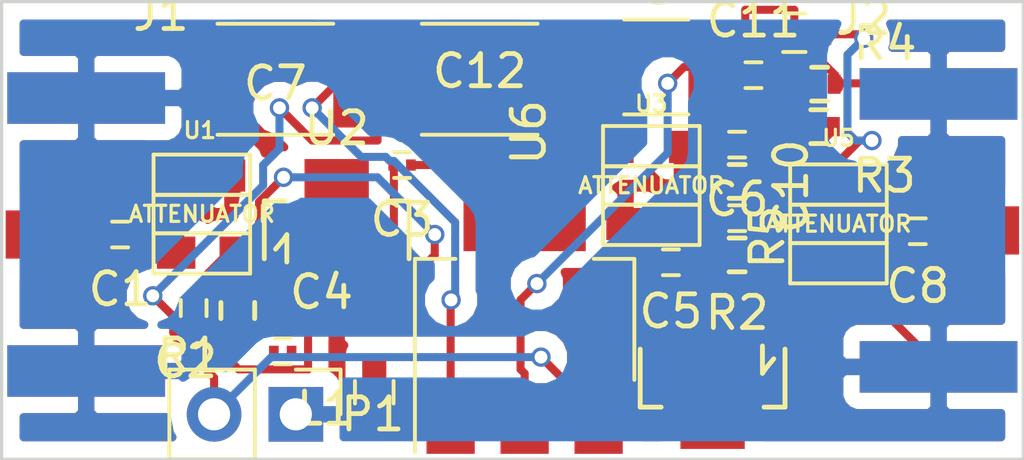
<source format=kicad_pcb>
(kicad_pcb (version 4) (host pcbnew 4.0.7)

  (general
    (links 56)
    (no_connects 13)
    (area 72.466999 112.979999 104.317001 127.304001)
    (thickness 1.6)
    (drawings 4)
    (tracks 170)
    (zones 0)
    (modules 28)
    (nets 20)
  )

  (page A4)
  (layers
    (0 Top signal hide)
    (31 Bottom signal)
    (34 B.Paste user)
    (35 F.Paste user)
    (36 B.SilkS user)
    (37 F.SilkS user)
    (38 B.Mask user)
    (39 F.Mask user)
    (40 Dwgs.User user)
    (44 Edge.Cuts user)
  )

  (setup
    (last_trace_width 0.25)
    (user_trace_width 0.254)
    (user_trace_width 0.508)
    (user_trace_width 0.8128)
    (trace_clearance 0.2)
    (zone_clearance 0.508)
    (zone_45_only no)
    (trace_min 0.2)
    (segment_width 0.2)
    (edge_width 0.1)
    (via_size 0.6)
    (via_drill 0.4)
    (via_min_size 0.4)
    (via_min_drill 0.3)
    (user_via 0.762 0.7112)
    (uvia_size 0.3)
    (uvia_drill 0.1)
    (uvias_allowed no)
    (uvia_min_size 0.2)
    (uvia_min_drill 0.1)
    (pcb_text_width 0.3)
    (pcb_text_size 1.5 1.5)
    (mod_edge_width 0.15)
    (mod_text_size 1 1)
    (mod_text_width 0.15)
    (pad_size 1.5 1.5)
    (pad_drill 0.6)
    (pad_to_mask_clearance 0)
    (aux_axis_origin 0 0)
    (visible_elements 7FFEFFFF)
    (pcbplotparams
      (layerselection 0x00030_80000001)
      (usegerberextensions false)
      (excludeedgelayer true)
      (linewidth 0.100000)
      (plotframeref false)
      (viasonmask false)
      (mode 1)
      (useauxorigin false)
      (hpglpennumber 1)
      (hpglpenspeed 20)
      (hpglpendiameter 15)
      (hpglpenoverlay 2)
      (psnegative false)
      (psa4output false)
      (plotreference true)
      (plotvalue true)
      (plotinvisibletext false)
      (padsonsilk false)
      (subtractmaskfromsilk false)
      (outputformat 1)
      (mirror false)
      (drillshape 1)
      (scaleselection 1)
      (outputdirectory ""))
  )

  (net 0 "")
  (net 1 "Net-(C1-Pad1)")
  (net 2 "Net-(C1-Pad2)")
  (net 3 "Net-(C2-Pad1)")
  (net 4 "Net-(C2-Pad2)")
  (net 5 "Net-(C3-Pad1)")
  (net 6 "Net-(C3-Pad2)")
  (net 7 GND)
  (net 8 /Vbias)
  (net 9 "Net-(C5-Pad1)")
  (net 10 "Net-(C5-Pad2)")
  (net 11 "Net-(C6-Pad1)")
  (net 12 "Net-(C10-Pad1)")
  (net 13 "Net-(C8-Pad1)")
  (net 14 "Net-(C8-Pad2)")
  (net 15 "Net-(C10-Pad2)")
  (net 16 "Net-(L1-Pad1)")
  (net 17 "Net-(L2-Pad1)")
  (net 18 "Net-(C7-Pad2)")
  (net 19 "Net-(C12-Pad2)")

  (net_class Default "This is the default net class."
    (clearance 0.2)
    (trace_width 0.25)
    (via_dia 0.6)
    (via_drill 0.4)
    (uvia_dia 0.3)
    (uvia_drill 0.1)
    (add_net /Vbias)
    (add_net GND)
    (add_net "Net-(C1-Pad1)")
    (add_net "Net-(C1-Pad2)")
    (add_net "Net-(C10-Pad1)")
    (add_net "Net-(C10-Pad2)")
    (add_net "Net-(C12-Pad2)")
    (add_net "Net-(C2-Pad1)")
    (add_net "Net-(C2-Pad2)")
    (add_net "Net-(C3-Pad1)")
    (add_net "Net-(C3-Pad2)")
    (add_net "Net-(C5-Pad1)")
    (add_net "Net-(C5-Pad2)")
    (add_net "Net-(C6-Pad1)")
    (add_net "Net-(C7-Pad2)")
    (add_net "Net-(C8-Pad1)")
    (add_net "Net-(C8-Pad2)")
    (add_net "Net-(L1-Pad1)")
    (add_net "Net-(L2-Pad1)")
  )

  (module Capacitors_SMD:C_0201 placed (layer Top) (tedit 5415D524) (tstamp 58895302)
    (at 76.2 120.269 180)
    (descr "Capacitor SMD 0201, reflow soldering, AVX (see smccp.pdf)")
    (tags "capacitor 0201")
    (path /588929BE)
    (attr smd)
    (fp_text reference C1 (at 0 -1.7 180) (layer F.SilkS)
      (effects (font (size 1 1) (thickness 0.15)))
    )
    (fp_text value 100pF (at 0 1.7 180) (layer F.Fab)
      (effects (font (size 1 1) (thickness 0.15)))
    )
    (fp_line (start -0.3 0.15) (end -0.3 -0.15) (layer F.Fab) (width 0.1))
    (fp_line (start 0.3 0.15) (end -0.3 0.15) (layer F.Fab) (width 0.1))
    (fp_line (start 0.3 -0.15) (end 0.3 0.15) (layer F.Fab) (width 0.1))
    (fp_line (start -0.3 -0.15) (end 0.3 -0.15) (layer F.Fab) (width 0.1))
    (fp_line (start -0.7 -0.55) (end 0.7 -0.55) (layer F.CrtYd) (width 0.05))
    (fp_line (start -0.7 0.55) (end 0.7 0.55) (layer F.CrtYd) (width 0.05))
    (fp_line (start -0.7 -0.55) (end -0.7 0.55) (layer F.CrtYd) (width 0.05))
    (fp_line (start 0.7 -0.55) (end 0.7 0.55) (layer F.CrtYd) (width 0.05))
    (fp_line (start 0.25 0.4) (end -0.25 0.4) (layer F.SilkS) (width 0.12))
    (fp_line (start -0.25 -0.4) (end 0.25 -0.4) (layer F.SilkS) (width 0.12))
    (pad 1 smd rect (at -0.275 0 180) (size 0.3 0.35) (layers Top F.Paste F.Mask)
      (net 1 "Net-(C1-Pad1)"))
    (pad 2 smd rect (at 0.275 0 180) (size 0.3 0.35) (layers Top F.Paste F.Mask)
      (net 2 "Net-(C1-Pad2)"))
    (model Capacitors_SMD.3dshapes/C_0201.wrl
      (at (xyz 0 0 0))
      (scale (xyz 1 1 1))
      (rotate (xyz 0 0 0))
    )
  )

  (module Capacitors_SMD:C_0201 placed (layer Top) (tedit 588A8FE7) (tstamp 58895312)
    (at 78.486 122.555 90)
    (descr "Capacitor SMD 0201, reflow soldering, AVX (see smccp.pdf)")
    (tags "capacitor 0201")
    (path /588296CC)
    (attr smd)
    (fp_text reference C2 (at -1.651 -0.254 180) (layer F.SilkS)
      (effects (font (size 1 1) (thickness 0.15)))
    )
    (fp_text value 100pF (at 0 1.7 90) (layer F.Fab)
      (effects (font (size 1 1) (thickness 0.15)))
    )
    (fp_line (start -0.3 0.15) (end -0.3 -0.15) (layer F.Fab) (width 0.1))
    (fp_line (start 0.3 0.15) (end -0.3 0.15) (layer F.Fab) (width 0.1))
    (fp_line (start 0.3 -0.15) (end 0.3 0.15) (layer F.Fab) (width 0.1))
    (fp_line (start -0.3 -0.15) (end 0.3 -0.15) (layer F.Fab) (width 0.1))
    (fp_line (start -0.7 -0.55) (end 0.7 -0.55) (layer F.CrtYd) (width 0.05))
    (fp_line (start -0.7 0.55) (end 0.7 0.55) (layer F.CrtYd) (width 0.05))
    (fp_line (start -0.7 -0.55) (end -0.7 0.55) (layer F.CrtYd) (width 0.05))
    (fp_line (start 0.7 -0.55) (end 0.7 0.55) (layer F.CrtYd) (width 0.05))
    (fp_line (start 0.25 0.4) (end -0.25 0.4) (layer F.SilkS) (width 0.12))
    (fp_line (start -0.25 -0.4) (end 0.25 -0.4) (layer F.SilkS) (width 0.12))
    (pad 1 smd rect (at -0.275 0 90) (size 0.3 0.35) (layers Top F.Paste F.Mask)
      (net 3 "Net-(C2-Pad1)"))
    (pad 2 smd rect (at 0.275 0 90) (size 0.3 0.35) (layers Top F.Paste F.Mask)
      (net 4 "Net-(C2-Pad2)"))
    (model Capacitors_SMD.3dshapes/C_0201.wrl
      (at (xyz 0 0 0))
      (scale (xyz 1 1 1))
      (rotate (xyz 0 0 0))
    )
  )

  (module Capacitors_SMD:C_0201 placed (layer Top) (tedit 5415D524) (tstamp 58895322)
    (at 84.963 118.11 180)
    (descr "Capacitor SMD 0201, reflow soldering, AVX (see smccp.pdf)")
    (tags "capacitor 0201")
    (path /58836084)
    (attr smd)
    (fp_text reference C3 (at 0 -1.7 180) (layer F.SilkS)
      (effects (font (size 1 1) (thickness 0.15)))
    )
    (fp_text value 100pF (at 0 1.7 180) (layer F.Fab)
      (effects (font (size 1 1) (thickness 0.15)))
    )
    (fp_line (start -0.3 0.15) (end -0.3 -0.15) (layer F.Fab) (width 0.1))
    (fp_line (start 0.3 0.15) (end -0.3 0.15) (layer F.Fab) (width 0.1))
    (fp_line (start 0.3 -0.15) (end 0.3 0.15) (layer F.Fab) (width 0.1))
    (fp_line (start -0.3 -0.15) (end 0.3 -0.15) (layer F.Fab) (width 0.1))
    (fp_line (start -0.7 -0.55) (end 0.7 -0.55) (layer F.CrtYd) (width 0.05))
    (fp_line (start -0.7 0.55) (end 0.7 0.55) (layer F.CrtYd) (width 0.05))
    (fp_line (start -0.7 -0.55) (end -0.7 0.55) (layer F.CrtYd) (width 0.05))
    (fp_line (start 0.7 -0.55) (end 0.7 0.55) (layer F.CrtYd) (width 0.05))
    (fp_line (start 0.25 0.4) (end -0.25 0.4) (layer F.SilkS) (width 0.12))
    (fp_line (start -0.25 -0.4) (end 0.25 -0.4) (layer F.SilkS) (width 0.12))
    (pad 1 smd rect (at -0.275 0 180) (size 0.3 0.35) (layers Top F.Paste F.Mask)
      (net 5 "Net-(C3-Pad1)"))
    (pad 2 smd rect (at 0.275 0 180) (size 0.3 0.35) (layers Top F.Paste F.Mask)
      (net 6 "Net-(C3-Pad2)"))
    (model Capacitors_SMD.3dshapes/C_0201.wrl
      (at (xyz 0 0 0))
      (scale (xyz 1 1 1))
      (rotate (xyz 0 0 0))
    )
  )

  (module Capacitors_SMD:C_0201 placed (layer Top) (tedit 588A9631) (tstamp 58895332)
    (at 81.2546 123.9012)
    (descr "Capacitor SMD 0201, reflow soldering, AVX (see smccp.pdf)")
    (tags "capacitor 0201")
    (path /5883D438)
    (attr smd)
    (fp_text reference C4 (at 1.2065 -1.8415) (layer F.SilkS)
      (effects (font (size 1 1) (thickness 0.15)))
    )
    (fp_text value 20pF (at 0 1.7) (layer F.Fab)
      (effects (font (size 1 1) (thickness 0.15)))
    )
    (fp_line (start -0.3 0.15) (end -0.3 -0.15) (layer F.Fab) (width 0.1))
    (fp_line (start 0.3 0.15) (end -0.3 0.15) (layer F.Fab) (width 0.1))
    (fp_line (start 0.3 -0.15) (end 0.3 0.15) (layer F.Fab) (width 0.1))
    (fp_line (start -0.3 -0.15) (end 0.3 -0.15) (layer F.Fab) (width 0.1))
    (fp_line (start -0.7 -0.55) (end 0.7 -0.55) (layer F.CrtYd) (width 0.05))
    (fp_line (start -0.7 0.55) (end 0.7 0.55) (layer F.CrtYd) (width 0.05))
    (fp_line (start -0.7 -0.55) (end -0.7 0.55) (layer F.CrtYd) (width 0.05))
    (fp_line (start 0.7 -0.55) (end 0.7 0.55) (layer F.CrtYd) (width 0.05))
    (fp_line (start 0.25 0.4) (end -0.25 0.4) (layer F.SilkS) (width 0.12))
    (fp_line (start -0.25 -0.4) (end 0.25 -0.4) (layer F.SilkS) (width 0.12))
    (pad 1 smd rect (at -0.275 0) (size 0.3 0.35) (layers Top F.Paste F.Mask)
      (net 7 GND))
    (pad 2 smd rect (at 0.275 0) (size 0.3 0.35) (layers Top F.Paste F.Mask)
      (net 8 /Vbias))
    (model Capacitors_SMD.3dshapes/C_0201.wrl
      (at (xyz 0 0 0))
      (scale (xyz 1 1 1))
      (rotate (xyz 0 0 0))
    )
  )

  (module Capacitors_SMD:C_0201 placed (layer Top) (tedit 588A3677) (tstamp 58895342)
    (at 93.3196 121.1326 180)
    (descr "Capacitor SMD 0201, reflow soldering, AVX (see smccp.pdf)")
    (tags "capacitor 0201")
    (path /588369FC)
    (attr smd)
    (fp_text reference C5 (at 0 -1.524 180) (layer F.SilkS)
      (effects (font (size 1 1) (thickness 0.15)))
    )
    (fp_text value 100pF (at 0 1.7 180) (layer F.Fab)
      (effects (font (size 1 1) (thickness 0.15)))
    )
    (fp_line (start -0.3 0.15) (end -0.3 -0.15) (layer F.Fab) (width 0.1))
    (fp_line (start 0.3 0.15) (end -0.3 0.15) (layer F.Fab) (width 0.1))
    (fp_line (start 0.3 -0.15) (end 0.3 0.15) (layer F.Fab) (width 0.1))
    (fp_line (start -0.3 -0.15) (end 0.3 -0.15) (layer F.Fab) (width 0.1))
    (fp_line (start -0.7 -0.55) (end 0.7 -0.55) (layer F.CrtYd) (width 0.05))
    (fp_line (start -0.7 0.55) (end 0.7 0.55) (layer F.CrtYd) (width 0.05))
    (fp_line (start -0.7 -0.55) (end -0.7 0.55) (layer F.CrtYd) (width 0.05))
    (fp_line (start 0.7 -0.55) (end 0.7 0.55) (layer F.CrtYd) (width 0.05))
    (fp_line (start 0.25 0.4) (end -0.25 0.4) (layer F.SilkS) (width 0.12))
    (fp_line (start -0.25 -0.4) (end 0.25 -0.4) (layer F.SilkS) (width 0.12))
    (pad 1 smd rect (at -0.275 0 180) (size 0.3 0.35) (layers Top F.Paste F.Mask)
      (net 9 "Net-(C5-Pad1)"))
    (pad 2 smd rect (at 0.275 0 180) (size 0.3 0.35) (layers Top F.Paste F.Mask)
      (net 10 "Net-(C5-Pad2)"))
    (model Capacitors_SMD.3dshapes/C_0201.wrl
      (at (xyz 0 0 0))
      (scale (xyz 1 1 1))
      (rotate (xyz 0 0 0))
    )
  )

  (module Capacitors_SMD:C_0201 placed (layer Top) (tedit 5415D524) (tstamp 58895352)
    (at 95.377 117.475 180)
    (descr "Capacitor SMD 0201, reflow soldering, AVX (see smccp.pdf)")
    (tags "capacitor 0201")
    (path /58835E77)
    (attr smd)
    (fp_text reference C6 (at 0 -1.7 180) (layer F.SilkS)
      (effects (font (size 1 1) (thickness 0.15)))
    )
    (fp_text value 100pF (at 0 1.7 180) (layer F.Fab)
      (effects (font (size 1 1) (thickness 0.15)))
    )
    (fp_line (start -0.3 0.15) (end -0.3 -0.15) (layer F.Fab) (width 0.1))
    (fp_line (start 0.3 0.15) (end -0.3 0.15) (layer F.Fab) (width 0.1))
    (fp_line (start 0.3 -0.15) (end 0.3 0.15) (layer F.Fab) (width 0.1))
    (fp_line (start -0.3 -0.15) (end 0.3 -0.15) (layer F.Fab) (width 0.1))
    (fp_line (start -0.7 -0.55) (end 0.7 -0.55) (layer F.CrtYd) (width 0.05))
    (fp_line (start -0.7 0.55) (end 0.7 0.55) (layer F.CrtYd) (width 0.05))
    (fp_line (start -0.7 -0.55) (end -0.7 0.55) (layer F.CrtYd) (width 0.05))
    (fp_line (start 0.7 -0.55) (end 0.7 0.55) (layer F.CrtYd) (width 0.05))
    (fp_line (start 0.25 0.4) (end -0.25 0.4) (layer F.SilkS) (width 0.12))
    (fp_line (start -0.25 -0.4) (end 0.25 -0.4) (layer F.SilkS) (width 0.12))
    (pad 1 smd rect (at -0.275 0 180) (size 0.3 0.35) (layers Top F.Paste F.Mask)
      (net 11 "Net-(C6-Pad1)"))
    (pad 2 smd rect (at 0.275 0 180) (size 0.3 0.35) (layers Top F.Paste F.Mask)
      (net 12 "Net-(C10-Pad1)"))
    (model Capacitors_SMD.3dshapes/C_0201.wrl
      (at (xyz 0 0 0))
      (scale (xyz 1 1 1))
      (rotate (xyz 0 0 0))
    )
  )

  (module Capacitors_SMD:C_0201 placed (layer Top) (tedit 5415D524) (tstamp 58895372)
    (at 100.9904 120.1674 180)
    (descr "Capacitor SMD 0201, reflow soldering, AVX (see smccp.pdf)")
    (tags "capacitor 0201")
    (path /58895D77)
    (attr smd)
    (fp_text reference C8 (at 0 -1.7 180) (layer F.SilkS)
      (effects (font (size 1 1) (thickness 0.15)))
    )
    (fp_text value 100pF (at 0 1.7 180) (layer F.Fab)
      (effects (font (size 1 1) (thickness 0.15)))
    )
    (fp_line (start -0.3 0.15) (end -0.3 -0.15) (layer F.Fab) (width 0.1))
    (fp_line (start 0.3 0.15) (end -0.3 0.15) (layer F.Fab) (width 0.1))
    (fp_line (start 0.3 -0.15) (end 0.3 0.15) (layer F.Fab) (width 0.1))
    (fp_line (start -0.3 -0.15) (end 0.3 -0.15) (layer F.Fab) (width 0.1))
    (fp_line (start -0.7 -0.55) (end 0.7 -0.55) (layer F.CrtYd) (width 0.05))
    (fp_line (start -0.7 0.55) (end 0.7 0.55) (layer F.CrtYd) (width 0.05))
    (fp_line (start -0.7 -0.55) (end -0.7 0.55) (layer F.CrtYd) (width 0.05))
    (fp_line (start 0.7 -0.55) (end 0.7 0.55) (layer F.CrtYd) (width 0.05))
    (fp_line (start 0.25 0.4) (end -0.25 0.4) (layer F.SilkS) (width 0.12))
    (fp_line (start -0.25 -0.4) (end 0.25 -0.4) (layer F.SilkS) (width 0.12))
    (pad 1 smd rect (at -0.275 0 180) (size 0.3 0.35) (layers Top F.Paste F.Mask)
      (net 13 "Net-(C8-Pad1)"))
    (pad 2 smd rect (at 0.275 0 180) (size 0.3 0.35) (layers Top F.Paste F.Mask)
      (net 14 "Net-(C8-Pad2)"))
    (model Capacitors_SMD.3dshapes/C_0201.wrl
      (at (xyz 0 0 0))
      (scale (xyz 1 1 1))
      (rotate (xyz 0 0 0))
    )
  )

  (module Capacitors_SMD:C_1210 placed (layer Top) (tedit 588A94C4) (tstamp 58895382)
    (at 92.8624 115.062)
    (descr "Capacitor SMD 1210, reflow soldering, AVX (see smccp.pdf)")
    (tags "capacitor 1210")
    (path /5889D36F)
    (attr smd)
    (fp_text reference C9 (at 0.1016 -2.794 90) (layer F.SilkS)
      (effects (font (size 1 1) (thickness 0.15)))
    )
    (fp_text value 100uF (at 0 2.7) (layer F.Fab)
      (effects (font (size 1 1) (thickness 0.15)))
    )
    (fp_line (start -1.6 1.25) (end -1.6 -1.25) (layer F.Fab) (width 0.1))
    (fp_line (start 1.6 1.25) (end -1.6 1.25) (layer F.Fab) (width 0.1))
    (fp_line (start 1.6 -1.25) (end 1.6 1.25) (layer F.Fab) (width 0.1))
    (fp_line (start -1.6 -1.25) (end 1.6 -1.25) (layer F.Fab) (width 0.1))
    (fp_line (start -2.3 -1.6) (end 2.3 -1.6) (layer F.CrtYd) (width 0.05))
    (fp_line (start -2.3 1.6) (end 2.3 1.6) (layer F.CrtYd) (width 0.05))
    (fp_line (start -2.3 -1.6) (end -2.3 1.6) (layer F.CrtYd) (width 0.05))
    (fp_line (start 2.3 -1.6) (end 2.3 1.6) (layer F.CrtYd) (width 0.05))
    (fp_line (start 1 -1.475) (end -1 -1.475) (layer F.SilkS) (width 0.12))
    (fp_line (start -1 1.475) (end 1 1.475) (layer F.SilkS) (width 0.12))
    (pad 1 smd rect (at -1.5 0) (size 1 2.5) (layers Top F.Paste F.Mask)
      (net 7 GND))
    (pad 2 smd rect (at 1.5 0) (size 1 2.5) (layers Top F.Paste F.Mask)
      (net 8 /Vbias))
    (model Capacitors_SMD.3dshapes/C_1210.wrl
      (at (xyz 0 0 0))
      (scale (xyz 1 1 1))
      (rotate (xyz 0 0 0))
    )
  )

  (module Capacitors_SMD:C_0201 placed (layer Top) (tedit 588A9266) (tstamp 58895392)
    (at 95.377 119.761)
    (descr "Capacitor SMD 0201, reflow soldering, AVX (see smccp.pdf)")
    (tags "capacitor 0201")
    (path /5889655D)
    (attr smd)
    (fp_text reference C10 (at 1.6764 -0.9906 90) (layer F.SilkS)
      (effects (font (size 1 1) (thickness 0.15)))
    )
    (fp_text value 100pF (at 0 1.7) (layer F.Fab)
      (effects (font (size 1 1) (thickness 0.15)))
    )
    (fp_line (start -0.3 0.15) (end -0.3 -0.15) (layer F.Fab) (width 0.1))
    (fp_line (start 0.3 0.15) (end -0.3 0.15) (layer F.Fab) (width 0.1))
    (fp_line (start 0.3 -0.15) (end 0.3 0.15) (layer F.Fab) (width 0.1))
    (fp_line (start -0.3 -0.15) (end 0.3 -0.15) (layer F.Fab) (width 0.1))
    (fp_line (start -0.7 -0.55) (end 0.7 -0.55) (layer F.CrtYd) (width 0.05))
    (fp_line (start -0.7 0.55) (end 0.7 0.55) (layer F.CrtYd) (width 0.05))
    (fp_line (start -0.7 -0.55) (end -0.7 0.55) (layer F.CrtYd) (width 0.05))
    (fp_line (start 0.7 -0.55) (end 0.7 0.55) (layer F.CrtYd) (width 0.05))
    (fp_line (start 0.25 0.4) (end -0.25 0.4) (layer F.SilkS) (width 0.12))
    (fp_line (start -0.25 -0.4) (end 0.25 -0.4) (layer F.SilkS) (width 0.12))
    (pad 1 smd rect (at -0.275 0) (size 0.3 0.35) (layers Top F.Paste F.Mask)
      (net 12 "Net-(C10-Pad1)"))
    (pad 2 smd rect (at 0.275 0) (size 0.3 0.35) (layers Top F.Paste F.Mask)
      (net 15 "Net-(C10-Pad2)"))
    (model Capacitors_SMD.3dshapes/C_0201.wrl
      (at (xyz 0 0 0))
      (scale (xyz 1 1 1))
      (rotate (xyz 0 0 0))
    )
  )

  (module Capacitors_SMD:C_0201 placed (layer Top) (tedit 5415D524) (tstamp 588953A2)
    (at 95.885 115.316)
    (descr "Capacitor SMD 0201, reflow soldering, AVX (see smccp.pdf)")
    (tags "capacitor 0201")
    (path /5889AC48)
    (attr smd)
    (fp_text reference C11 (at 0 -1.7) (layer F.SilkS)
      (effects (font (size 1 1) (thickness 0.15)))
    )
    (fp_text value 20pF (at 0 1.7) (layer F.Fab)
      (effects (font (size 1 1) (thickness 0.15)))
    )
    (fp_line (start -0.3 0.15) (end -0.3 -0.15) (layer F.Fab) (width 0.1))
    (fp_line (start 0.3 0.15) (end -0.3 0.15) (layer F.Fab) (width 0.1))
    (fp_line (start 0.3 -0.15) (end 0.3 0.15) (layer F.Fab) (width 0.1))
    (fp_line (start -0.3 -0.15) (end 0.3 -0.15) (layer F.Fab) (width 0.1))
    (fp_line (start -0.7 -0.55) (end 0.7 -0.55) (layer F.CrtYd) (width 0.05))
    (fp_line (start -0.7 0.55) (end 0.7 0.55) (layer F.CrtYd) (width 0.05))
    (fp_line (start -0.7 -0.55) (end -0.7 0.55) (layer F.CrtYd) (width 0.05))
    (fp_line (start 0.7 -0.55) (end 0.7 0.55) (layer F.CrtYd) (width 0.05))
    (fp_line (start 0.25 0.4) (end -0.25 0.4) (layer F.SilkS) (width 0.12))
    (fp_line (start -0.25 -0.4) (end 0.25 -0.4) (layer F.SilkS) (width 0.12))
    (pad 1 smd rect (at -0.275 0) (size 0.3 0.35) (layers Top F.Paste F.Mask)
      (net 7 GND))
    (pad 2 smd rect (at 0.275 0) (size 0.3 0.35) (layers Top F.Paste F.Mask)
      (net 8 /Vbias))
    (model Capacitors_SMD.3dshapes/C_0201.wrl
      (at (xyz 0 0 0))
      (scale (xyz 1 1 1))
      (rotate (xyz 0 0 0))
    )
  )

  (module Capacitors_SMD:C_1812 placed (layer Top) (tedit 588A902F) (tstamp 588953B2)
    (at 87.376 115.443 180)
    (descr "Capacitor SMD 1812, reflow soldering, AVX (see smccp.pdf)")
    (tags "capacitor 1812")
    (path /588A01A1)
    (attr smd)
    (fp_text reference C12 (at 0 0.254 180) (layer F.SilkS)
      (effects (font (size 1 1) (thickness 0.15)))
    )
    (fp_text value 10uF (at 0 3 180) (layer F.Fab)
      (effects (font (size 1 1) (thickness 0.15)))
    )
    (fp_line (start -2.25 1.6) (end -2.25 -1.6) (layer F.Fab) (width 0.1))
    (fp_line (start 2.25 1.6) (end -2.25 1.6) (layer F.Fab) (width 0.1))
    (fp_line (start 2.25 -1.6) (end 2.25 1.6) (layer F.Fab) (width 0.1))
    (fp_line (start -2.25 -1.6) (end 2.25 -1.6) (layer F.Fab) (width 0.1))
    (fp_line (start -3.1 -1.85) (end 3.1 -1.85) (layer F.CrtYd) (width 0.05))
    (fp_line (start -3.1 1.85) (end 3.1 1.85) (layer F.CrtYd) (width 0.05))
    (fp_line (start -3.1 -1.85) (end -3.1 1.85) (layer F.CrtYd) (width 0.05))
    (fp_line (start 3.1 -1.85) (end 3.1 1.85) (layer F.CrtYd) (width 0.05))
    (fp_line (start 1.8 -1.725) (end -1.8 -1.725) (layer F.SilkS) (width 0.12))
    (fp_line (start -1.8 1.725) (end 1.8 1.725) (layer F.SilkS) (width 0.12))
    (pad 1 smd rect (at -2.3 0 180) (size 1 3) (layers Top F.Paste F.Mask)
      (net 7 GND))
    (pad 2 smd rect (at 2.3 0 180) (size 1 3) (layers Top F.Paste F.Mask)
      (net 19 "Net-(C12-Pad2)"))
    (model Capacitors_SMD.3dshapes/C_1812.wrl
      (at (xyz 0 0 0))
      (scale (xyz 1 1 1))
      (rotate (xyz 0 0 0))
    )
  )

  (module SMA_Edge_Amphenol:SMA_Edge_Amphenol placed (layer Top) (tedit 588A94A9) (tstamp 588953BB)
    (at 72.39 120.269)
    (path /5882C9AA)
    (fp_text reference J1 (at 5.08 -6.858) (layer F.SilkS)
      (effects (font (size 1 1) (thickness 0.15)))
    )
    (fp_text value SMA (at 0 -7.874) (layer F.SilkS)
      (effects (font (size 1 1) (thickness 0.15)))
    )
    (pad 1 smd rect (at 1.2827 0) (size 2.0574 1.4986) (layers Top F.Paste F.Mask)
      (net 2 "Net-(C1-Pad2)"))
    (pad 2 smd rect (at 2.7559 4.2418) (size 4.9022 1.6002) (layers Top F.Paste F.Mask)
      (net 7 GND))
    (pad 3 smd rect (at 2.7559 -4.2418) (size 4.9022 1.6002) (layers Top F.Paste F.Mask)
      (net 7 GND))
    (pad 4 smd rect (at 2.7559 4.2418) (size 4.9022 1.6002) (layers Bottom F.Paste F.Mask)
      (net 7 GND))
    (pad 5 smd rect (at 2.7559 -4.2418) (size 4.9022 1.6002) (layers Bottom F.Paste F.Mask)
      (net 7 GND))
  )

  (module SMA_Edge_Amphenol:SMA_Edge_Amphenol placed (layer Top) (tedit 588A94B9) (tstamp 588953C4)
    (at 104.394 120.142 180)
    (path /58833EB6)
    (fp_text reference J2 (at 5.08 6.604 180) (layer F.SilkS)
      (effects (font (size 1 1) (thickness 0.15)))
    )
    (fp_text value SMA (at 0 -7.874 180) (layer F.SilkS)
      (effects (font (size 1 1) (thickness 0.15)))
    )
    (pad 1 smd rect (at 1.2827 0 180) (size 2.0574 1.4986) (layers Top F.Paste F.Mask)
      (net 13 "Net-(C8-Pad1)"))
    (pad 2 smd rect (at 2.7559 4.2418 180) (size 4.9022 1.6002) (layers Top F.Paste F.Mask)
      (net 7 GND))
    (pad 3 smd rect (at 2.7559 -4.2418 180) (size 4.9022 1.6002) (layers Top F.Paste F.Mask)
      (net 7 GND))
    (pad 4 smd rect (at 2.7559 4.2418 180) (size 4.9022 1.6002) (layers Bottom F.Paste F.Mask)
      (net 7 GND))
    (pad 5 smd rect (at 2.7559 -4.2418 180) (size 4.9022 1.6002) (layers Bottom F.Paste F.Mask)
      (net 7 GND))
  )

  (module Capacitors_SMD:C_0603 placed (layer Top) (tedit 588A9015) (tstamp 588953D4)
    (at 84.0994 125.1712 270)
    (descr "Capacitor SMD 0603, reflow soldering, AVX (see smccp.pdf)")
    (tags "capacitor 0603")
    (path /5883BF53)
    (attr smd)
    (fp_text reference L1 (at 0.508 1.524 360) (layer F.SilkS)
      (effects (font (size 1 1) (thickness 0.15)))
    )
    (fp_text value 1000nH (at 0 1.9 270) (layer F.Fab)
      (effects (font (size 1 1) (thickness 0.15)))
    )
    (fp_line (start -0.8 0.4) (end -0.8 -0.4) (layer F.Fab) (width 0.1))
    (fp_line (start 0.8 0.4) (end -0.8 0.4) (layer F.Fab) (width 0.1))
    (fp_line (start 0.8 -0.4) (end 0.8 0.4) (layer F.Fab) (width 0.1))
    (fp_line (start -0.8 -0.4) (end 0.8 -0.4) (layer F.Fab) (width 0.1))
    (fp_line (start -1.45 -0.75) (end 1.45 -0.75) (layer F.CrtYd) (width 0.05))
    (fp_line (start -1.45 0.75) (end 1.45 0.75) (layer F.CrtYd) (width 0.05))
    (fp_line (start -1.45 -0.75) (end -1.45 0.75) (layer F.CrtYd) (width 0.05))
    (fp_line (start 1.45 -0.75) (end 1.45 0.75) (layer F.CrtYd) (width 0.05))
    (fp_line (start -0.35 -0.6) (end 0.35 -0.6) (layer F.SilkS) (width 0.12))
    (fp_line (start 0.35 0.6) (end -0.35 0.6) (layer F.SilkS) (width 0.12))
    (pad 1 smd rect (at -0.75 0 270) (size 0.8 0.75) (layers Top F.Paste F.Mask)
      (net 16 "Net-(L1-Pad1)"))
    (pad 2 smd rect (at 0.75 0 270) (size 0.8 0.75) (layers Top F.Paste F.Mask)
      (net 8 /Vbias))
    (model Capacitors_SMD.3dshapes/C_0603.wrl
      (at (xyz 0 0 0))
      (scale (xyz 1 1 1))
      (rotate (xyz 0 0 0))
    )
  )

  (module Capacitors_SMD:C_0603 placed (layer Top) (tedit 588A94D5) (tstamp 588953E4)
    (at 97.155 113.9952 180)
    (descr "Capacitor SMD 0603, reflow soldering, AVX (see smccp.pdf)")
    (tags "capacitor 0603")
    (path /5889AC42)
    (attr smd)
    (fp_text reference L2 (at 0.254 1.651 270) (layer F.SilkS)
      (effects (font (size 1 1) (thickness 0.15)))
    )
    (fp_text value 1000nH (at 0 1.9 180) (layer F.Fab)
      (effects (font (size 1 1) (thickness 0.15)))
    )
    (fp_line (start -0.8 0.4) (end -0.8 -0.4) (layer F.Fab) (width 0.1))
    (fp_line (start 0.8 0.4) (end -0.8 0.4) (layer F.Fab) (width 0.1))
    (fp_line (start 0.8 -0.4) (end 0.8 0.4) (layer F.Fab) (width 0.1))
    (fp_line (start -0.8 -0.4) (end 0.8 -0.4) (layer F.Fab) (width 0.1))
    (fp_line (start -1.45 -0.75) (end 1.45 -0.75) (layer F.CrtYd) (width 0.05))
    (fp_line (start -1.45 0.75) (end 1.45 0.75) (layer F.CrtYd) (width 0.05))
    (fp_line (start -1.45 -0.75) (end -1.45 0.75) (layer F.CrtYd) (width 0.05))
    (fp_line (start 1.45 -0.75) (end 1.45 0.75) (layer F.CrtYd) (width 0.05))
    (fp_line (start -0.35 -0.6) (end 0.35 -0.6) (layer F.SilkS) (width 0.12))
    (fp_line (start 0.35 0.6) (end -0.35 0.6) (layer F.SilkS) (width 0.12))
    (pad 1 smd rect (at -0.75 0 180) (size 0.8 0.75) (layers Top F.Paste F.Mask)
      (net 17 "Net-(L2-Pad1)"))
    (pad 2 smd rect (at 0.75 0 180) (size 0.8 0.75) (layers Top F.Paste F.Mask)
      (net 8 /Vbias))
    (model Capacitors_SMD.3dshapes/C_0603.wrl
      (at (xyz 0 0 0))
      (scale (xyz 1 1 1))
      (rotate (xyz 0 0 0))
    )
  )

  (module Pin_Headers:Pin_Header_Straight_1x02_Pitch2.54mm placed (layer Top) (tedit 588A8F09) (tstamp 588953F8)
    (at 81.661 125.857 270)
    (descr "Through hole straight pin header, 1x02, 2.54mm pitch, single row")
    (tags "Through hole pin header THT 1x02 2.54mm single row")
    (path /588689AD)
    (fp_text reference P1 (at 0 -2.39 360) (layer F.SilkS)
      (effects (font (size 1 1) (thickness 0.15)))
    )
    (fp_text value CONN_01X02 (at 0 4.93 270) (layer F.Fab)
      (effects (font (size 1 1) (thickness 0.15)))
    )
    (fp_line (start -1.27 -1.27) (end -1.27 3.81) (layer F.Fab) (width 0.1))
    (fp_line (start -1.27 3.81) (end 1.27 3.81) (layer F.Fab) (width 0.1))
    (fp_line (start 1.27 3.81) (end 1.27 -1.27) (layer F.Fab) (width 0.1))
    (fp_line (start 1.27 -1.27) (end -1.27 -1.27) (layer F.Fab) (width 0.1))
    (fp_line (start -1.39 1.27) (end -1.39 3.93) (layer F.SilkS) (width 0.12))
    (fp_line (start -1.39 3.93) (end 1.39 3.93) (layer F.SilkS) (width 0.12))
    (fp_line (start 1.39 3.93) (end 1.39 1.27) (layer F.SilkS) (width 0.12))
    (fp_line (start 1.39 1.27) (end -1.39 1.27) (layer F.SilkS) (width 0.12))
    (fp_line (start -1.39 0) (end -1.39 -1.39) (layer F.SilkS) (width 0.12))
    (fp_line (start -1.39 -1.39) (end 0 -1.39) (layer F.SilkS) (width 0.12))
    (fp_line (start -1.6 -1.6) (end -1.6 4.1) (layer F.CrtYd) (width 0.05))
    (fp_line (start -1.6 4.1) (end 1.6 4.1) (layer F.CrtYd) (width 0.05))
    (fp_line (start 1.6 4.1) (end 1.6 -1.6) (layer F.CrtYd) (width 0.05))
    (fp_line (start 1.6 -1.6) (end -1.6 -1.6) (layer F.CrtYd) (width 0.05))
    (pad 1 thru_hole rect (at 0 0 270) (size 1.7 1.7) (drill 1) (layers *.Cu *.Mask)
      (net 7 GND))
    (pad 2 thru_hole oval (at 0 2.54 270) (size 1.7 1.7) (drill 1) (layers *.Cu *.Mask)
      (net 19 "Net-(C12-Pad2)"))
    (model Pin_Headers.3dshapes/Pin_Header_Straight_1x02_Pitch2.54mm.wrl
      (at (xyz 0 -0.05 0))
      (scale (xyz 1 1 1))
      (rotate (xyz 0 0 90))
    )
  )

  (module Resistors_SMD:R_0402 placed (layer Top) (tedit 588A94DE) (tstamp 58895408)
    (at 79.8576 122.6312 90)
    (descr "Resistor SMD 0402, reflow soldering, Vishay (see dcrcw.pdf)")
    (tags "resistor 0402")
    (path /5883B383)
    (attr smd)
    (fp_text reference R1 (at -1.397 -1.524 180) (layer F.SilkS)
      (effects (font (size 1 1) (thickness 0.15)))
    )
    (fp_text value R (at 0 1.8 90) (layer F.Fab)
      (effects (font (size 1 1) (thickness 0.15)))
    )
    (fp_line (start -0.5 0.25) (end -0.5 -0.25) (layer F.Fab) (width 0.1))
    (fp_line (start 0.5 0.25) (end -0.5 0.25) (layer F.Fab) (width 0.1))
    (fp_line (start 0.5 -0.25) (end 0.5 0.25) (layer F.Fab) (width 0.1))
    (fp_line (start -0.5 -0.25) (end 0.5 -0.25) (layer F.Fab) (width 0.1))
    (fp_line (start -0.95 -0.65) (end 0.95 -0.65) (layer F.CrtYd) (width 0.05))
    (fp_line (start -0.95 0.65) (end 0.95 0.65) (layer F.CrtYd) (width 0.05))
    (fp_line (start -0.95 -0.65) (end -0.95 0.65) (layer F.CrtYd) (width 0.05))
    (fp_line (start 0.95 -0.65) (end 0.95 0.65) (layer F.CrtYd) (width 0.05))
    (fp_line (start 0.25 -0.525) (end -0.25 -0.525) (layer F.SilkS) (width 0.15))
    (fp_line (start -0.25 0.525) (end 0.25 0.525) (layer F.SilkS) (width 0.15))
    (pad 1 smd rect (at -0.45 0 90) (size 0.4 0.6) (layers Top F.Paste F.Mask)
      (net 16 "Net-(L1-Pad1)"))
    (pad 2 smd rect (at 0.45 0 90) (size 0.4 0.6) (layers Top F.Paste F.Mask)
      (net 6 "Net-(C3-Pad2)"))
    (model Resistors_SMD.3dshapes/R_0402.wrl
      (at (xyz 0 0 0))
      (scale (xyz 1 1 1))
      (rotate (xyz 0 0 0))
    )
  )

  (module Resistors_SMD:R_0402 placed (layer Top) (tedit 58307A8A) (tstamp 58895418)
    (at 95.377 120.904 180)
    (descr "Resistor SMD 0402, reflow soldering, Vishay (see dcrcw.pdf)")
    (tags "resistor 0402")
    (path /5884B825)
    (attr smd)
    (fp_text reference R2 (at 0 -1.8 180) (layer F.SilkS)
      (effects (font (size 1 1) (thickness 0.15)))
    )
    (fp_text value R (at 0 1.8 180) (layer F.Fab)
      (effects (font (size 1 1) (thickness 0.15)))
    )
    (fp_line (start -0.5 0.25) (end -0.5 -0.25) (layer F.Fab) (width 0.1))
    (fp_line (start 0.5 0.25) (end -0.5 0.25) (layer F.Fab) (width 0.1))
    (fp_line (start 0.5 -0.25) (end 0.5 0.25) (layer F.Fab) (width 0.1))
    (fp_line (start -0.5 -0.25) (end 0.5 -0.25) (layer F.Fab) (width 0.1))
    (fp_line (start -0.95 -0.65) (end 0.95 -0.65) (layer F.CrtYd) (width 0.05))
    (fp_line (start -0.95 0.65) (end 0.95 0.65) (layer F.CrtYd) (width 0.05))
    (fp_line (start -0.95 -0.65) (end -0.95 0.65) (layer F.CrtYd) (width 0.05))
    (fp_line (start 0.95 -0.65) (end 0.95 0.65) (layer F.CrtYd) (width 0.05))
    (fp_line (start 0.25 -0.525) (end -0.25 -0.525) (layer F.SilkS) (width 0.15))
    (fp_line (start -0.25 0.525) (end 0.25 0.525) (layer F.SilkS) (width 0.15))
    (pad 1 smd rect (at -0.45 0 180) (size 0.4 0.6) (layers Top F.Paste F.Mask)
      (net 15 "Net-(C10-Pad2)"))
    (pad 2 smd rect (at 0.45 0 180) (size 0.4 0.6) (layers Top F.Paste F.Mask)
      (net 9 "Net-(C5-Pad1)"))
    (model Resistors_SMD.3dshapes/R_0402.wrl
      (at (xyz 0 0 0))
      (scale (xyz 1 1 1))
      (rotate (xyz 0 0 0))
    )
  )

  (module Resistors_SMD:R_0402 placed (layer Top) (tedit 588A9157) (tstamp 58895428)
    (at 97.917 116.9162)
    (descr "Resistor SMD 0402, reflow soldering, Vishay (see dcrcw.pdf)")
    (tags "resistor 0402")
    (path /5889D9EF)
    (attr smd)
    (fp_text reference R3 (at 2.032 1.524) (layer F.SilkS)
      (effects (font (size 1 1) (thickness 0.15)))
    )
    (fp_text value R (at 0 1.8) (layer F.Fab)
      (effects (font (size 1 1) (thickness 0.15)))
    )
    (fp_line (start -0.5 0.25) (end -0.5 -0.25) (layer F.Fab) (width 0.1))
    (fp_line (start 0.5 0.25) (end -0.5 0.25) (layer F.Fab) (width 0.1))
    (fp_line (start 0.5 -0.25) (end 0.5 0.25) (layer F.Fab) (width 0.1))
    (fp_line (start -0.5 -0.25) (end 0.5 -0.25) (layer F.Fab) (width 0.1))
    (fp_line (start -0.95 -0.65) (end 0.95 -0.65) (layer F.CrtYd) (width 0.05))
    (fp_line (start -0.95 0.65) (end 0.95 0.65) (layer F.CrtYd) (width 0.05))
    (fp_line (start -0.95 -0.65) (end -0.95 0.65) (layer F.CrtYd) (width 0.05))
    (fp_line (start 0.95 -0.65) (end 0.95 0.65) (layer F.CrtYd) (width 0.05))
    (fp_line (start 0.25 -0.525) (end -0.25 -0.525) (layer F.SilkS) (width 0.15))
    (fp_line (start -0.25 0.525) (end 0.25 0.525) (layer F.SilkS) (width 0.15))
    (pad 1 smd rect (at -0.45 0) (size 0.4 0.6) (layers Top F.Paste F.Mask)
      (net 8 /Vbias))
    (pad 2 smd rect (at 0.45 0) (size 0.4 0.6) (layers Top F.Paste F.Mask)
      (net 18 "Net-(C7-Pad2)"))
    (model Resistors_SMD.3dshapes/R_0402.wrl
      (at (xyz 0 0 0))
      (scale (xyz 1 1 1))
      (rotate (xyz 0 0 0))
    )
  )

  (module Resistors_SMD:R_0402 placed (layer Top) (tedit 588A9155) (tstamp 58895438)
    (at 97.9424 115.5954)
    (descr "Resistor SMD 0402, reflow soldering, Vishay (see dcrcw.pdf)")
    (tags "resistor 0402")
    (path /5889E4A7)
    (attr smd)
    (fp_text reference R4 (at 2.032 -1.27) (layer F.SilkS)
      (effects (font (size 1 1) (thickness 0.15)))
    )
    (fp_text value R (at 0 1.8) (layer F.Fab)
      (effects (font (size 1 1) (thickness 0.15)))
    )
    (fp_line (start -0.5 0.25) (end -0.5 -0.25) (layer F.Fab) (width 0.1))
    (fp_line (start 0.5 0.25) (end -0.5 0.25) (layer F.Fab) (width 0.1))
    (fp_line (start 0.5 -0.25) (end 0.5 0.25) (layer F.Fab) (width 0.1))
    (fp_line (start -0.5 -0.25) (end 0.5 -0.25) (layer F.Fab) (width 0.1))
    (fp_line (start -0.95 -0.65) (end 0.95 -0.65) (layer F.CrtYd) (width 0.05))
    (fp_line (start -0.95 0.65) (end 0.95 0.65) (layer F.CrtYd) (width 0.05))
    (fp_line (start -0.95 -0.65) (end -0.95 0.65) (layer F.CrtYd) (width 0.05))
    (fp_line (start 0.95 -0.65) (end 0.95 0.65) (layer F.CrtYd) (width 0.05))
    (fp_line (start 0.25 -0.525) (end -0.25 -0.525) (layer F.SilkS) (width 0.15))
    (fp_line (start -0.25 0.525) (end 0.25 0.525) (layer F.SilkS) (width 0.15))
    (pad 1 smd rect (at -0.45 0) (size 0.4 0.6) (layers Top F.Paste F.Mask)
      (net 18 "Net-(C7-Pad2)"))
    (pad 2 smd rect (at 0.45 0) (size 0.4 0.6) (layers Top F.Paste F.Mask)
      (net 7 GND))
    (model Resistors_SMD.3dshapes/R_0402.wrl
      (at (xyz 0 0 0))
      (scale (xyz 1 1 1))
      (rotate (xyz 0 0 0))
    )
  )

  (module Resistors_SMD:R_0402 placed (layer Top) (tedit 588A9294) (tstamp 58895448)
    (at 95.377 118.618 180)
    (descr "Resistor SMD 0402, reflow soldering, Vishay (see dcrcw.pdf)")
    (tags "resistor 0402")
    (path /5889AC3C)
    (attr smd)
    (fp_text reference R5 (at -0.9398 -1.7272 270) (layer F.SilkS)
      (effects (font (size 1 1) (thickness 0.15)))
    )
    (fp_text value R (at 0 1.8 180) (layer F.Fab)
      (effects (font (size 1 1) (thickness 0.15)))
    )
    (fp_line (start -0.5 0.25) (end -0.5 -0.25) (layer F.Fab) (width 0.1))
    (fp_line (start 0.5 0.25) (end -0.5 0.25) (layer F.Fab) (width 0.1))
    (fp_line (start 0.5 -0.25) (end 0.5 0.25) (layer F.Fab) (width 0.1))
    (fp_line (start -0.5 -0.25) (end 0.5 -0.25) (layer F.Fab) (width 0.1))
    (fp_line (start -0.95 -0.65) (end 0.95 -0.65) (layer F.CrtYd) (width 0.05))
    (fp_line (start -0.95 0.65) (end 0.95 0.65) (layer F.CrtYd) (width 0.05))
    (fp_line (start -0.95 -0.65) (end -0.95 0.65) (layer F.CrtYd) (width 0.05))
    (fp_line (start 0.95 -0.65) (end 0.95 0.65) (layer F.CrtYd) (width 0.05))
    (fp_line (start 0.25 -0.525) (end -0.25 -0.525) (layer F.SilkS) (width 0.15))
    (fp_line (start -0.25 0.525) (end 0.25 0.525) (layer F.SilkS) (width 0.15))
    (pad 1 smd rect (at -0.45 0 180) (size 0.4 0.6) (layers Top F.Paste F.Mask)
      (net 17 "Net-(L2-Pad1)"))
    (pad 2 smd rect (at 0.45 0 180) (size 0.4 0.6) (layers Top F.Paste F.Mask)
      (net 12 "Net-(C10-Pad1)"))
    (model Resistors_SMD.3dshapes/R_0402.wrl
      (at (xyz 0 0 0))
      (scale (xyz 1 1 1))
      (rotate (xyz 0 0 0))
    )
  )

  (module SOT143B_MMM168:sot143B placed (layer Top) (tedit 588A9020) (tstamp 5889545A)
    (at 78.74 119.634)
    (descr SOT143B)
    (path /588297AC)
    (attr smd)
    (fp_text reference U1 (at -0.0635 -2.6035 180) (layer F.SilkS)
      (effects (font (size 0.50038 0.50038) (thickness 0.09906)))
    )
    (fp_text value ATTENUATOR (at 0 0) (layer F.SilkS)
      (effects (font (size 0.50038 0.50038) (thickness 0.09906)))
    )
    (fp_line (start 1.50114 1.84912) (end -1.50114 1.84912) (layer F.SilkS) (width 0.11938))
    (fp_line (start -1.50114 1.84912) (end -1.50114 0.59944) (layer F.SilkS) (width 0.11938))
    (fp_line (start 1.50114 0.59944) (end 1.50114 1.84912) (layer F.SilkS) (width 0.11938))
    (fp_line (start -1.50114 -0.59944) (end -1.50114 -1.84912) (layer F.SilkS) (width 0.11938))
    (fp_line (start -1.50114 -1.84912) (end 1.50114 -1.84912) (layer F.SilkS) (width 0.11938))
    (fp_line (start 1.50114 -1.84912) (end 1.50114 -0.59944) (layer F.SilkS) (width 0.11938))
    (fp_line (start -1.50114 -0.59944) (end -1.50114 0.59944) (layer F.SilkS) (width 0.11938))
    (fp_line (start 1.50114 -0.59944) (end 1.50114 0.59944) (layer F.SilkS) (width 0.11938))
    (fp_line (start -1.4986 -0.5969) (end 1.4986 -0.5969) (layer F.SilkS) (width 0.127))
    (fp_line (start 1.4986 0.5969) (end -1.4986 0.5969) (layer F.SilkS) (width 0.127))
    (pad 3 smd rect (at -0.8001 1.19888) (size 1.19888 1.00076) (layers Top F.Paste F.Mask)
      (net 7 GND))
    (pad 1 smd rect (at 0.94996 -1.19888) (size 0.8001 1.00076) (layers Top F.Paste F.Mask)
      (net 7 GND))
    (pad 2 smd rect (at 0.94996 1.19888) (size 0.8001 1.00076) (layers Top F.Paste F.Mask)
      (net 4 "Net-(C2-Pad2)"))
    (pad 4 smd rect (at -0.94996 -1.19888) (size 0.8001 1.00076) (layers Top F.Paste F.Mask)
      (net 1 "Net-(C1-Pad1)"))
    (model smd/smd_transistors/sot143b.wrl
      (at (xyz 0 0 0))
      (scale (xyz 1 1 1))
      (rotate (xyz 0 0 0))
    )
  )

  (module TO_SOT_Packages_SMD:SOT89-3_Housing placed (layer Top) (tedit 588A8FDD) (tstamp 5889546A)
    (at 82.931 120.523)
    (descr "SOT89-3, Housing,")
    (tags "SOT89-3, Housing,")
    (path /588294A2)
    (attr smd)
    (fp_text reference U2 (at 0 -3.556) (layer F.SilkS)
      (effects (font (size 1 1) (thickness 0.15)))
    )
    (fp_text value AMP (at -0.20066 4.59994) (layer F.Fab)
      (effects (font (size 1 1) (thickness 0.15)))
    )
    (fp_line (start -1.89992 0.20066) (end -1.651 -0.09906) (layer F.SilkS) (width 0.15))
    (fp_line (start -1.651 -0.09906) (end -1.5494 -0.24892) (layer F.SilkS) (width 0.15))
    (fp_line (start -1.5494 -0.24892) (end -1.5494 0.59944) (layer F.SilkS) (width 0.15))
    (fp_line (start -2.25044 -1.30048) (end -2.25044 0.50038) (layer F.SilkS) (width 0.15))
    (fp_line (start -2.25044 -1.30048) (end -1.6002 -1.30048) (layer F.SilkS) (width 0.15))
    (fp_line (start 2.25044 -1.30048) (end 2.25044 0.50038) (layer F.SilkS) (width 0.15))
    (fp_line (start 2.25044 -1.30048) (end 1.6002 -1.30048) (layer F.SilkS) (width 0.15))
    (pad 1 smd rect (at -1.50114 1.85166) (size 1.00076 1.50114) (layers Top F.Paste F.Mask)
      (net 3 "Net-(C2-Pad1)"))
    (pad 2 smd rect (at 0 1.85166) (size 1.00076 1.50114) (layers Top F.Paste F.Mask)
      (net 7 GND))
    (pad 3 smd rect (at 1.50114 1.85166) (size 1.00076 1.50114) (layers Top F.Paste F.Mask)
      (net 6 "Net-(C3-Pad2)"))
    (pad 2 smd rect (at 0 -1.09982) (size 1.99898 2.99974) (layers Top F.Paste F.Mask)
      (net 7 GND))
    (pad 2 smd trapezoid (at 0 0.7493 180) (size 1.50114 0.7493) (rect_delta 0 0.50038 ) (layers Top F.Paste F.Mask)
      (net 7 GND))
    (model TO_SOT_Packages_SMD.3dshapes/SOT89-3_Housing.wrl
      (at (xyz 0 0 0))
      (scale (xyz 0.3937 0.3937 0.3937))
      (rotate (xyz 0 0 0))
    )
  )

  (module SOT143B_MMM168:sot143B placed (layer Top) (tedit 588A908C) (tstamp 5889547C)
    (at 92.71 118.745)
    (descr SOT143B)
    (path /5883CB2E)
    (attr smd)
    (fp_text reference U3 (at 0 -2.54 180) (layer F.SilkS)
      (effects (font (size 0.50038 0.50038) (thickness 0.09906)))
    )
    (fp_text value ATTENUATOR (at 0 0) (layer F.SilkS)
      (effects (font (size 0.50038 0.50038) (thickness 0.09906)))
    )
    (fp_line (start 1.50114 1.84912) (end -1.50114 1.84912) (layer F.SilkS) (width 0.11938))
    (fp_line (start -1.50114 1.84912) (end -1.50114 0.59944) (layer F.SilkS) (width 0.11938))
    (fp_line (start 1.50114 0.59944) (end 1.50114 1.84912) (layer F.SilkS) (width 0.11938))
    (fp_line (start -1.50114 -0.59944) (end -1.50114 -1.84912) (layer F.SilkS) (width 0.11938))
    (fp_line (start -1.50114 -1.84912) (end 1.50114 -1.84912) (layer F.SilkS) (width 0.11938))
    (fp_line (start 1.50114 -1.84912) (end 1.50114 -0.59944) (layer F.SilkS) (width 0.11938))
    (fp_line (start -1.50114 -0.59944) (end -1.50114 0.59944) (layer F.SilkS) (width 0.11938))
    (fp_line (start 1.50114 -0.59944) (end 1.50114 0.59944) (layer F.SilkS) (width 0.11938))
    (fp_line (start -1.4986 -0.5969) (end 1.4986 -0.5969) (layer F.SilkS) (width 0.127))
    (fp_line (start 1.4986 0.5969) (end -1.4986 0.5969) (layer F.SilkS) (width 0.127))
    (pad 3 smd rect (at -0.8001 1.19888) (size 1.19888 1.00076) (layers Top F.Paste F.Mask)
      (net 7 GND))
    (pad 1 smd rect (at 0.94996 -1.19888) (size 0.8001 1.00076) (layers Top F.Paste F.Mask)
      (net 7 GND))
    (pad 2 smd rect (at 0.94996 1.19888) (size 0.8001 1.00076) (layers Top F.Paste F.Mask)
      (net 10 "Net-(C5-Pad2)"))
    (pad 4 smd rect (at -0.94996 -1.19888) (size 0.8001 1.00076) (layers Top F.Paste F.Mask)
      (net 5 "Net-(C3-Pad1)"))
    (model smd/smd_transistors/sot143b.wrl
      (at (xyz 0 0 0))
      (scale (xyz 1 1 1))
      (rotate (xyz 0 0 0))
    )
  )

  (module TO_SOT_Packages_SMD:SOT89-3_Housing placed (layer Top) (tedit 0) (tstamp 5889548C)
    (at 94.615 124.333 180)
    (descr "SOT89-3, Housing,")
    (tags "SOT89-3, Housing,")
    (path /588295F7)
    (attr smd)
    (fp_text reference U4 (at -0.09906 -4.24942 180) (layer F.SilkS)
      (effects (font (size 1 1) (thickness 0.15)))
    )
    (fp_text value AMP (at -0.20066 4.59994 180) (layer F.Fab)
      (effects (font (size 1 1) (thickness 0.15)))
    )
    (fp_line (start -1.89992 0.20066) (end -1.651 -0.09906) (layer F.SilkS) (width 0.15))
    (fp_line (start -1.651 -0.09906) (end -1.5494 -0.24892) (layer F.SilkS) (width 0.15))
    (fp_line (start -1.5494 -0.24892) (end -1.5494 0.59944) (layer F.SilkS) (width 0.15))
    (fp_line (start -2.25044 -1.30048) (end -2.25044 0.50038) (layer F.SilkS) (width 0.15))
    (fp_line (start -2.25044 -1.30048) (end -1.6002 -1.30048) (layer F.SilkS) (width 0.15))
    (fp_line (start 2.25044 -1.30048) (end 2.25044 0.50038) (layer F.SilkS) (width 0.15))
    (fp_line (start 2.25044 -1.30048) (end 1.6002 -1.30048) (layer F.SilkS) (width 0.15))
    (pad 1 smd rect (at -1.50114 1.85166 180) (size 1.00076 1.50114) (layers Top F.Paste F.Mask)
      (net 9 "Net-(C5-Pad1)"))
    (pad 2 smd rect (at 0 1.85166 180) (size 1.00076 1.50114) (layers Top F.Paste F.Mask)
      (net 7 GND))
    (pad 3 smd rect (at 1.50114 1.85166 180) (size 1.00076 1.50114) (layers Top F.Paste F.Mask)
      (net 12 "Net-(C10-Pad1)"))
    (pad 2 smd rect (at 0 -1.09982 180) (size 1.99898 2.99974) (layers Top F.Paste F.Mask)
      (net 7 GND))
    (pad 2 smd trapezoid (at 0 0.7493) (size 1.50114 0.7493) (rect_delta 0 0.50038 ) (layers Top F.Paste F.Mask)
      (net 7 GND))
    (model TO_SOT_Packages_SMD.3dshapes/SOT89-3_Housing.wrl
      (at (xyz 0 0 0))
      (scale (xyz 0.3937 0.3937 0.3937))
      (rotate (xyz 0 0 0))
    )
  )

  (module SOT143B_MMM168:sot143B placed (layer Top) (tedit 588A94CB) (tstamp 5889549E)
    (at 98.5266 119.9388)
    (descr SOT143B)
    (path /5882CD44)
    (attr smd)
    (fp_text reference U5 (at 0 -2.667 180) (layer F.SilkS)
      (effects (font (size 0.50038 0.50038) (thickness 0.09906)))
    )
    (fp_text value ATTENUATOR (at 0 0) (layer F.SilkS)
      (effects (font (size 0.50038 0.50038) (thickness 0.09906)))
    )
    (fp_line (start 1.50114 1.84912) (end -1.50114 1.84912) (layer F.SilkS) (width 0.11938))
    (fp_line (start -1.50114 1.84912) (end -1.50114 0.59944) (layer F.SilkS) (width 0.11938))
    (fp_line (start 1.50114 0.59944) (end 1.50114 1.84912) (layer F.SilkS) (width 0.11938))
    (fp_line (start -1.50114 -0.59944) (end -1.50114 -1.84912) (layer F.SilkS) (width 0.11938))
    (fp_line (start -1.50114 -1.84912) (end 1.50114 -1.84912) (layer F.SilkS) (width 0.11938))
    (fp_line (start 1.50114 -1.84912) (end 1.50114 -0.59944) (layer F.SilkS) (width 0.11938))
    (fp_line (start -1.50114 -0.59944) (end -1.50114 0.59944) (layer F.SilkS) (width 0.11938))
    (fp_line (start 1.50114 -0.59944) (end 1.50114 0.59944) (layer F.SilkS) (width 0.11938))
    (fp_line (start -1.4986 -0.5969) (end 1.4986 -0.5969) (layer F.SilkS) (width 0.127))
    (fp_line (start 1.4986 0.5969) (end -1.4986 0.5969) (layer F.SilkS) (width 0.127))
    (pad 3 smd rect (at -0.8001 1.19888) (size 1.19888 1.00076) (layers Top F.Paste F.Mask)
      (net 7 GND))
    (pad 1 smd rect (at 0.94996 -1.19888) (size 0.8001 1.00076) (layers Top F.Paste F.Mask)
      (net 7 GND))
    (pad 2 smd rect (at 0.94996 1.19888) (size 0.8001 1.00076) (layers Top F.Paste F.Mask)
      (net 14 "Net-(C8-Pad2)"))
    (pad 4 smd rect (at -0.94996 -1.19888) (size 0.8001 1.00076) (layers Top F.Paste F.Mask)
      (net 11 "Net-(C6-Pad1)"))
    (model smd/smd_transistors/sot143b.wrl
      (at (xyz 0 0 0))
      (scale (xyz 1 1 1))
      (rotate (xyz 0 0 0))
    )
  )

  (module Capacitors_SMD:C_1812 (layer Top) (tedit 588A9037) (tstamp 588A8F65)
    (at 81.026 115.443)
    (descr "Capacitor SMD 1812, reflow soldering, AVX (see smccp.pdf)")
    (tags "capacitor 1812")
    (path /588A952F)
    (attr smd)
    (fp_text reference C7 (at 0 0.127) (layer F.SilkS)
      (effects (font (size 1 1) (thickness 0.15)))
    )
    (fp_text value 10uF (at 0 3) (layer F.Fab)
      (effects (font (size 1 1) (thickness 0.15)))
    )
    (fp_line (start -2.25 1.6) (end -2.25 -1.6) (layer F.Fab) (width 0.1))
    (fp_line (start 2.25 1.6) (end -2.25 1.6) (layer F.Fab) (width 0.1))
    (fp_line (start 2.25 -1.6) (end 2.25 1.6) (layer F.Fab) (width 0.1))
    (fp_line (start -2.25 -1.6) (end 2.25 -1.6) (layer F.Fab) (width 0.1))
    (fp_line (start -3.1 -1.85) (end 3.1 -1.85) (layer F.CrtYd) (width 0.05))
    (fp_line (start -3.1 1.85) (end 3.1 1.85) (layer F.CrtYd) (width 0.05))
    (fp_line (start -3.1 -1.85) (end -3.1 1.85) (layer F.CrtYd) (width 0.05))
    (fp_line (start 3.1 -1.85) (end 3.1 1.85) (layer F.CrtYd) (width 0.05))
    (fp_line (start 1.8 -1.725) (end -1.8 -1.725) (layer F.SilkS) (width 0.12))
    (fp_line (start -1.8 1.725) (end 1.8 1.725) (layer F.SilkS) (width 0.12))
    (pad 1 smd rect (at -2.3 0) (size 1 3) (layers Top F.Paste F.Mask)
      (net 7 GND))
    (pad 2 smd rect (at 2.3 0) (size 1 3) (layers Top F.Paste F.Mask)
      (net 18 "Net-(C7-Pad2)"))
    (model Capacitors_SMD.3dshapes/C_1812.wrl
      (at (xyz 0 0 0))
      (scale (xyz 1 1 1))
      (rotate (xyz 0 0 0))
    )
  )

  (module TO_SOT_Packages_SMD:SOT-223 (layer Top) (tedit 588A8FDA) (tstamp 588A8F74)
    (at 88.773 122.936 90)
    (descr "module CMS SOT223 4 pins")
    (tags "CMS SOT")
    (path /5889C220)
    (attr smd)
    (fp_text reference U6 (at 5.842 0.127 90) (layer F.SilkS)
      (effects (font (size 1 1) (thickness 0.15)))
    )
    (fp_text value LM117 (at 0 4.5 90) (layer F.Fab)
      (effects (font (size 1 1) (thickness 0.15)))
    )
    (fp_line (start 1.91 3.41) (end 1.91 2.15) (layer F.SilkS) (width 0.12))
    (fp_line (start 1.91 -3.41) (end 1.91 -2.15) (layer F.SilkS) (width 0.12))
    (fp_line (start 4.4 -3.6) (end -4.4 -3.6) (layer F.CrtYd) (width 0.05))
    (fp_line (start 4.4 3.6) (end 4.4 -3.6) (layer F.CrtYd) (width 0.05))
    (fp_line (start -4.4 3.6) (end 4.4 3.6) (layer F.CrtYd) (width 0.05))
    (fp_line (start -4.4 -3.6) (end -4.4 3.6) (layer F.CrtYd) (width 0.05))
    (fp_line (start -1.85 -3.35) (end -1.85 3.35) (layer F.Fab) (width 0.15))
    (fp_line (start -1.85 3.41) (end 1.91 3.41) (layer F.SilkS) (width 0.12))
    (fp_line (start -1.85 -3.35) (end 1.85 -3.35) (layer F.Fab) (width 0.15))
    (fp_line (start -4.1 -3.41) (end 1.91 -3.41) (layer F.SilkS) (width 0.12))
    (fp_line (start -1.85 3.35) (end 1.85 3.35) (layer F.Fab) (width 0.15))
    (fp_line (start 1.85 -3.35) (end 1.85 3.35) (layer F.Fab) (width 0.15))
    (pad 4 smd rect (at 3.15 0 90) (size 2 3.8) (layers Top F.Paste F.Mask))
    (pad 2 smd rect (at -3.15 0 90) (size 2 1.5) (layers Top F.Paste F.Mask)
      (net 8 /Vbias))
    (pad 3 smd rect (at -3.15 2.3 90) (size 2 1.5) (layers Top F.Paste F.Mask)
      (net 19 "Net-(C12-Pad2)"))
    (pad 1 smd rect (at -3.15 -2.3 90) (size 2 1.5) (layers Top F.Paste F.Mask)
      (net 18 "Net-(C7-Pad2)"))
    (model TO_SOT_Packages_SMD.3dshapes/SOT-223.wrl
      (at (xyz 0 0 0))
      (scale (xyz 0.4 0.4 0.4))
      (rotate (xyz 0 0 90))
    )
  )

  (gr_line (start 72.517 127.254) (end 72.517 113.03) (angle 90) (layer Edge.Cuts) (width 0.1))
  (gr_line (start 104.267 127.254) (end 72.517 127.254) (angle 90) (layer Edge.Cuts) (width 0.1))
  (gr_line (start 104.267 113.03) (end 104.267 127.254) (angle 90) (layer Edge.Cuts) (width 0.1))
  (gr_line (start 72.517 113.03) (end 104.267 113.03) (angle 90) (layer Edge.Cuts) (width 0.1))

  (segment (start 77.79004 118.43512) (end 77.851 118.491) (width 0.25) (layer Top) (net 1) (status 80000))
  (segment (start 77.851 118.491) (end 76.454 119.888) (width 0.25) (layer Top) (net 1) (status 80000))
  (segment (start 76.454 119.888) (end 76.454 120.269) (width 0.25) (layer Top) (net 1) (status 80000))
  (segment (start 76.454 120.269) (end 76.475 120.269) (width 0.25) (layer Top) (net 1) (tstamp 5A6A6921) (status 80000))
  (segment (start 75.925 120.269) (end 73.6727 120.269) (width 0.25) (layer Top) (net 2) (status 80000))
  (segment (start 81.42986 122.37466) (end 81.407 122.428) (width 0.25) (layer Top) (net 3) (status 80000))
  (segment (start 81.407 122.428) (end 82.042 123.063) (width 0.25) (layer Top) (net 3) (status 80000))
  (segment (start 82.042 123.063) (end 82.042 124.46) (width 0.25) (layer Top) (net 3) (status 80000))
  (segment (start 82.042 124.46) (end 79.883 124.46) (width 0.25) (layer Top) (net 3) (status 80000))
  (segment (start 79.883 124.46) (end 78.486 123.063) (width 0.25) (layer Top) (net 3) (status 80000))
  (segment (start 78.486 123.063) (end 78.486 122.83) (width 0.25) (layer Top) (net 3) (status 80000))
  (segment (start 79.68996 120.83288) (end 79.629 120.777) (width 0.25) (layer Top) (net 4) (status 80000))
  (segment (start 79.629 120.777) (end 78.867 121.539) (width 0.25) (layer Top) (net 4) (status 80000))
  (segment (start 78.867 121.539) (end 78.867 121.666) (width 0.25) (layer Top) (net 4) (status 80000))
  (segment (start 78.867 121.666) (end 78.486 122.047) (width 0.25) (layer Top) (net 4) (status 80000))
  (segment (start 78.486 122.047) (end 78.486 122.28) (width 0.25) (layer Top) (net 4) (status 80000))
  (segment (start 85.238 118.11) (end 91.313 118.11) (width 0.25) (layer Top) (net 5) (status 80000))
  (segment (start 91.313 118.11) (end 91.821 117.602) (width 0.25) (layer Top) (net 5) (status 80000))
  (segment (start 91.821 117.602) (end 91.76004 117.54612) (width 0.25) (layer Top) (net 5) (tstamp 5A6A6922) (status 80000))
  (segment (start 84.43214 122.37466) (end 84.455 122.428) (width 0.25) (layer Top) (net 6) (status 80000))
  (segment (start 84.455 122.428) (end 85.979 120.904) (width 0.25) (layer Top) (net 6) (status 80000))
  (segment (start 85.979 120.904) (end 85.979 120.269) (width 0.25) (layer Top) (net 6) (status 80000))
  (via (at 85.979 120.269) (size 0.6) (layers Top Bottom) (net 6) (status 80000))
  (segment (start 85.979 120.269) (end 84.201 118.491) (width 0.25) (layer Bottom) (net 6) (status 80000))
  (segment (start 84.201 118.491) (end 81.28 118.491) (width 0.25) (layer Bottom) (net 6) (status 80000))
  (via (at 81.28 118.491) (size 0.6) (layers Top Bottom) (net 6) (status 80000))
  (segment (start 81.28 118.491) (end 80.518 119.253) (width 0.25) (layer Top) (net 6) (status 80000))
  (segment (start 80.518 119.253) (end 80.518 121.666) (width 0.25) (layer Top) (net 6) (status 80000))
  (segment (start 80.518 121.666) (end 80.391 121.666) (width 0.25) (layer Top) (net 6) (status 80000))
  (segment (start 80.391 121.666) (end 79.883 122.174) (width 0.25) (layer Top) (net 6) (status 80000))
  (segment (start 79.883 122.174) (end 79.8576 122.1812) (width 0.25) (layer Top) (net 6) (tstamp 5A6A691E) (status 80000))
  (segment (start 84.43214 122.37466) (end 84.455 122.428) (width 0.25) (layer Top) (net 6) (status 80000))
  (segment (start 84.455 122.428) (end 84.709 122.174) (width 0.25) (layer Top) (net 6) (status 80000))
  (segment (start 84.709 122.174) (end 84.709 118.11) (width 0.25) (layer Top) (net 6) (status 80000))
  (segment (start 84.709 118.11) (end 84.688 118.11) (width 0.25) (layer Top) (net 6) (tstamp 5A6A691C) (status 80000))
  (segment (start 97.7265 121.13768) (end 97.79 121.158) (width 0.25) (layer Top) (net 7) (status 80000))
  (segment (start 97.79 121.158) (end 98.679 122.047) (width 0.25) (layer Top) (net 7) (status 80000))
  (segment (start 98.679 122.047) (end 99.314 122.047) (width 0.25) (layer Top) (net 7) (status 80000))
  (segment (start 99.314 122.047) (end 101.6 124.333) (width 0.25) (layer Top) (net 7) (status 80000))
  (segment (start 101.6 124.333) (end 101.6381 124.3838) (width 0.25) (layer Top) (net 7) (tstamp 5A6A6925) (status 80000))
  (segment (start 98.3924 115.5954) (end 98.425 115.57) (width 0.25) (layer Top) (net 7) (status 80000))
  (segment (start 98.425 115.57) (end 101.219 115.57) (width 0.25) (layer Top) (net 7) (status 80000))
  (segment (start 101.219 115.57) (end 101.6 115.951) (width 0.25) (layer Top) (net 7) (status 80000))
  (segment (start 101.6 115.951) (end 101.6381 115.9002) (width 0.25) (layer Top) (net 7) (tstamp 5A6A691A) (status 80000))
  (segment (start 95.61 115.316) (end 95.631 115.316) (width 0.25) (layer Top) (net 7) (status 80000))
  (segment (start 95.631 115.316) (end 95.631 113.284) (width 0.25) (layer Top) (net 7) (status 80000))
  (segment (start 95.631 113.284) (end 97.155 113.284) (width 0.25) (layer Top) (net 7) (status 80000))
  (segment (start 97.155 113.284) (end 97.155 114.808) (width 0.25) (layer Top) (net 7) (status 80000))
  (segment (start 97.155 114.808) (end 97.917 114.808) (width 0.25) (layer Top) (net 7) (status 80000))
  (segment (start 97.917 114.808) (end 98.425 115.316) (width 0.25) (layer Top) (net 7) (status 80000))
  (segment (start 98.425 115.316) (end 98.425 115.57) (width 0.25) (layer Top) (net 7) (status 80000))
  (segment (start 98.425 115.57) (end 98.3924 115.5954) (width 0.25) (layer Top) (net 7) (tstamp 5A6A6919) (status 80000))
  (segment (start 94.3624 115.062) (end 93.726 115.062) (width 0.25) (layer Top) (net 8) (status 80000))
  (segment (start 93.726 115.062) (end 93.218 115.57) (width 0.25) (layer Top) (net 8) (status 80000))
  (via (at 93.218 115.57) (size 0.6) (layers Top Bottom) (net 8) (status 80000))
  (segment (start 93.218 115.57) (end 93.218 117.729) (width 0.25) (layer Bottom) (net 8) (status 80000))
  (segment (start 93.218 117.729) (end 89.154 121.793) (width 0.25) (layer Bottom) (net 8) (status 80000))
  (via (at 89.154 121.793) (size 0.6) (layers Top Bottom) (net 8) (status 80000))
  (segment (start 89.154 121.793) (end 88.646 122.301) (width 0.25) (layer Top) (net 8) (status 80000))
  (segment (start 88.646 122.301) (end 88.646 124.46) (width 0.25) (layer Top) (net 8) (status 80000))
  (segment (start 88.646 124.46) (end 88.773 124.587) (width 0.25) (layer Top) (net 8) (status 80000))
  (segment (start 88.773 124.587) (end 88.773 126.086) (width 0.25) (layer Top) (net 8) (status 80000))
  (segment (start 88.773 126.086) (end 88.773 126.111) (width 0.25) (layer Top) (net 8) (status 80000))
  (segment (start 84.074 125.984) (end 84.0994 125.9212) (width 0.25) (layer Top) (net 8) (tstamp 5A6A691B) (status 80000))
  (segment (start 96.16 115.316) (end 96.139 115.316) (width 0.25) (layer Top) (net 8) (status 80000))
  (segment (start 96.139 115.316) (end 96.393 115.57) (width 0.25) (layer Top) (net 8) (status 80000))
  (segment (start 96.393 115.57) (end 96.393 115.951) (width 0.25) (layer Top) (net 8) (status 80000))
  (segment (start 96.393 115.951) (end 95.25 115.951) (width 0.25) (layer Top) (net 8) (status 80000))
  (segment (start 95.25 115.951) (end 94.361 115.062) (width 0.25) (layer Top) (net 8) (status 80000))
  (segment (start 94.361 115.062) (end 94.3624 115.062) (width 0.25) (layer Top) (net 8) (tstamp 5A6A6917) (status 80000))
  (segment (start 96.16 115.316) (end 96.139 115.316) (width 0.25) (layer Top) (net 8) (status 80000))
  (segment (start 96.139 115.316) (end 96.393 115.062) (width 0.25) (layer Top) (net 8) (status 80000))
  (segment (start 96.393 115.062) (end 96.393 114.046) (width 0.25) (layer Top) (net 8) (status 80000))
  (segment (start 96.393 114.046) (end 96.405 113.9952) (width 0.25) (layer Top) (net 8) (tstamp 5A6A6916) (status 80000))
  (segment (start 94.927 120.904) (end 93.853 120.904) (width 0.25) (layer Top) (net 9) (status 80000))
  (segment (start 93.853 120.904) (end 93.599 121.158) (width 0.25) (layer Top) (net 9) (status 80000))
  (segment (start 93.599 121.158) (end 93.5946 121.1326) (width 0.25) (layer Top) (net 9) (tstamp 5A6A6915) (status 80000))
  (segment (start 93.65996 119.94388) (end 93.599 119.888) (width 0.25) (layer Top) (net 10) (status 80000))
  (segment (start 93.599 119.888) (end 93.091 120.396) (width 0.25) (layer Top) (net 10) (status 80000))
  (segment (start 93.091 120.396) (end 93.091 121.158) (width 0.25) (layer Top) (net 10) (status 80000))
  (segment (start 93.091 121.158) (end 93.0446 121.1326) (width 0.25) (layer Top) (net 10) (tstamp 5A6A6918) (status 80000))
  (segment (start 97.57664 118.73992) (end 97.536 118.745) (width 0.25) (layer Top) (net 11) (status 80000))
  (segment (start 97.536 118.745) (end 97.155 118.745) (width 0.25) (layer Top) (net 11) (status 80000))
  (segment (start 97.155 118.745) (end 96.52 118.11) (width 0.25) (layer Top) (net 11) (status 80000))
  (segment (start 96.52 118.11) (end 96.393 118.11) (width 0.25) (layer Top) (net 11) (status 80000))
  (segment (start 96.393 118.11) (end 96.393 117.983) (width 0.25) (layer Top) (net 11) (status 80000))
  (segment (start 96.393 117.983) (end 96.139 117.983) (width 0.25) (layer Top) (net 11) (status 80000))
  (segment (start 96.139 117.983) (end 95.631 117.475) (width 0.25) (layer Top) (net 11) (status 80000))
  (segment (start 95.631 117.475) (end 95.652 117.475) (width 0.25) (layer Top) (net 11) (tstamp 5A6A6920) (status 80000))
  (segment (start 94.927 118.618) (end 94.869 118.618) (width 0.25) (layer Top) (net 12) (status 80000))
  (segment (start 94.869 118.618) (end 95.123 118.364) (width 0.25) (layer Top) (net 12) (status 80000))
  (segment (start 95.123 118.364) (end 95.123 117.475) (width 0.25) (layer Top) (net 12) (status 80000))
  (segment (start 95.123 117.475) (end 95.102 117.475) (width 0.25) (layer Top) (net 12) (tstamp 5A6A6912) (status 80000))
  (segment (start 95.102 119.761) (end 95.123 119.761) (width 0.25) (layer Top) (net 12) (status 80000))
  (segment (start 95.123 119.761) (end 94.869 119.507) (width 0.25) (layer Top) (net 12) (status 80000))
  (segment (start 94.869 119.507) (end 94.869 118.618) (width 0.25) (layer Top) (net 12) (status 80000))
  (segment (start 94.869 118.618) (end 94.927 118.618) (width 0.25) (layer Top) (net 12) (tstamp 5A6A6911) (status 80000))
  (segment (start 103.1113 120.142) (end 101.219 120.142) (width 0.25) (layer Top) (net 13) (status 80000))
  (segment (start 101.219 120.142) (end 101.2654 120.1674) (width 0.25) (layer Top) (net 13) (tstamp 5A6A6913) (status 80000))
  (segment (start 99.47656 121.13768) (end 99.441 121.158) (width 0.25) (layer Top) (net 14) (status 80000))
  (segment (start 99.441 121.158) (end 99.695 121.158) (width 0.25) (layer Top) (net 14) (status 80000))
  (segment (start 99.695 121.158) (end 100.711 120.142) (width 0.25) (layer Top) (net 14) (status 80000))
  (segment (start 100.711 120.142) (end 100.7154 120.1674) (width 0.25) (layer Top) (net 14) (tstamp 5A6A691F) (status 80000))
  (segment (start 95.652 119.761) (end 95.631 119.761) (width 0.25) (layer Top) (net 15) (status 80000))
  (segment (start 95.631 119.761) (end 95.885 120.015) (width 0.25) (layer Top) (net 15) (status 80000))
  (segment (start 95.885 120.015) (end 95.885 120.904) (width 0.25) (layer Top) (net 15) (status 80000))
  (segment (start 95.885 120.904) (end 95.827 120.904) (width 0.25) (layer Top) (net 15) (tstamp 5A6A6914) (status 80000))
  (segment (start 97.905 113.9952) (end 97.917 114.046) (width 0.25) (layer Top) (net 17) (status 80000))
  (segment (start 97.917 114.046) (end 99.187 114.046) (width 0.25) (layer Top) (net 17) (status 80000))
  (segment (start 99.187 114.046) (end 99.314 114.173) (width 0.25) (layer Top) (net 17) (status 80000))
  (via (at 99.314 114.173) (size 0.6) (layers Top Bottom) (net 17) (status 80000))
  (segment (start 99.314 114.173) (end 98.806 114.681) (width 0.25) (layer Bottom) (net 17) (status 80000))
  (segment (start 98.806 114.681) (end 98.806 117.094) (width 0.25) (layer Bottom) (net 17) (status 80000))
  (segment (start 98.806 117.094) (end 99.06 117.348) (width 0.25) (layer Bottom) (net 17) (status 80000))
  (segment (start 99.06 117.348) (end 99.568 117.348) (width 0.25) (layer Bottom) (net 17) (status 80000))
  (via (at 99.568 117.348) (size 0.6) (layers Top Bottom) (net 17) (status 80000))
  (segment (start 99.568 117.348) (end 99.187 117.348) (width 0.25) (layer Top) (net 17) (status 80000))
  (segment (start 99.187 117.348) (end 98.552 117.983) (width 0.25) (layer Top) (net 17) (status 80000))
  (segment (start 98.552 117.983) (end 98.552 118.11) (width 0.25) (layer Top) (net 17) (status 80000))
  (segment (start 98.552 118.11) (end 98.425 118.237) (width 0.25) (layer Top) (net 17) (status 80000))
  (segment (start 98.425 118.237) (end 98.425 119.634) (width 0.25) (layer Top) (net 17) (status 80000))
  (segment (start 98.425 119.634) (end 96.774 119.634) (width 0.25) (layer Top) (net 17) (status 80000))
  (segment (start 96.774 119.634) (end 95.885 118.745) (width 0.25) (layer Top) (net 17) (status 80000))
  (segment (start 95.885 118.745) (end 95.885 118.618) (width 0.25) (layer Top) (net 17) (status 80000))
  (segment (start 95.885 118.618) (end 95.827 118.618) (width 0.25) (layer Top) (net 17) (tstamp 5A6A6923) (status 80000))
  (segment (start 86.473 126.086) (end 86.473 122.315) (width 0.25) (layer Top) (net 18))
  (segment (start 86.614 122.174) (end 86.614 120.396) (width 0.25) (layer Bottom) (net 18) (tstamp 5A6A6934))
  (segment (start 86.487 122.301) (end 86.614 122.174) (width 0.25) (layer Bottom) (net 18) (tstamp 5A6A6933))
  (via (at 86.487 122.301) (size 0.6) (drill 0.4) (layers Top Bottom) (net 18))
  (segment (start 86.473 122.315) (end 86.487 122.301) (width 0.25) (layer Top) (net 18) (tstamp 5A6A6931))
  (segment (start 83.058 115.443) (end 82.169 116.332) (width 0.25) (layer Top) (net 18) (status 80000))
  (via (at 82.169 116.332) (size 0.6) (layers Top Bottom) (net 18) (status 80000))
  (segment (start 82.169 116.332) (end 83.693 117.856) (width 0.25) (layer Bottom) (net 18) (status 80000))
  (segment (start 83.693 117.856) (end 84.455 117.856) (width 0.25) (layer Bottom) (net 18) (status 80000))
  (segment (start 84.455 117.856) (end 84.582 117.983) (width 0.25) (layer Bottom) (net 18) (status 80000))
  (segment (start 84.582 117.983) (end 84.709 117.983) (width 0.25) (layer Bottom) (net 18) (status 80000))
  (segment (start 84.709 117.983) (end 86.614 119.888) (width 0.25) (layer Bottom) (net 18) (status 80000))
  (segment (start 86.614 119.888) (end 86.614 120.396) (width 0.25) (layer Bottom) (net 18) (status 80000))
  (segment (start 83.326 115.443) (end 83.058 115.443) (width 0.25) (layer Top) (net 18) (status 80000))
  (segment (start 86.487 126.111) (end 86.473 126.086) (width 0.25) (layer Top) (net 18) (tstamp 5A6A6926) (status 80000))
  (segment (start 98.367 116.9162) (end 98.425 116.967) (width 0.25) (layer Top) (net 18) (status 80000))
  (segment (start 98.425 116.967) (end 98.044 117.348) (width 0.25) (layer Top) (net 18) (status 80000))
  (segment (start 98.044 117.348) (end 98.044 117.602) (width 0.25) (layer Top) (net 18) (status 80000))
  (segment (start 98.044 117.602) (end 96.901 117.602) (width 0.25) (layer Top) (net 18) (status 80000))
  (segment (start 96.901 117.602) (end 96.901 116.205) (width 0.25) (layer Top) (net 18) (status 80000))
  (segment (start 96.901 116.205) (end 97.536 115.57) (width 0.25) (layer Top) (net 18) (status 80000))
  (segment (start 97.536 115.57) (end 97.4924 115.5954) (width 0.25) (layer Top) (net 18) (tstamp 5A6A691D) (status 80000))
  (segment (start 85.076 115.443) (end 85.09 115.443) (width 0.25) (layer Top) (net 19) (status 80000))
  (segment (start 85.09 115.443) (end 84.201 116.332) (width 0.25) (layer Top) (net 19) (status 80000))
  (segment (start 84.201 116.332) (end 84.201 117.348) (width 0.25) (layer Top) (net 19) (status 80000))
  (segment (start 84.201 117.348) (end 82.169 117.348) (width 0.25) (layer Top) (net 19) (status 80000))
  (segment (start 82.169 117.348) (end 81.153 116.332) (width 0.25) (layer Top) (net 19) (status 80000))
  (via (at 81.153 116.332) (size 0.6) (layers Top Bottom) (net 19) (status 80000))
  (segment (start 81.153 116.332) (end 81.153 117.602) (width 0.25) (layer Bottom) (net 19) (status 80000))
  (segment (start 81.153 117.602) (end 80.645 118.11) (width 0.25) (layer Bottom) (net 19) (status 80000))
  (segment (start 80.645 118.11) (end 80.645 118.745) (width 0.25) (layer Bottom) (net 19) (status 80000))
  (segment (start 80.645 118.745) (end 77.216 122.174) (width 0.25) (layer Bottom) (net 19) (status 80000))
  (via (at 77.216 122.174) (size 0.6) (layers Top Bottom) (net 19) (status 80000))
  (segment (start 77.216 122.174) (end 77.851 122.809) (width 0.25) (layer Top) (net 19) (status 80000))
  (segment (start 77.851 122.809) (end 77.851 123.317) (width 0.25) (layer Top) (net 19) (status 80000))
  (segment (start 77.851 123.317) (end 77.978 123.317) (width 0.25) (layer Top) (net 19) (status 80000))
  (segment (start 77.978 123.317) (end 77.978 123.571) (width 0.25) (layer Top) (net 19) (status 80000))
  (segment (start 77.978 123.571) (end 79.121 124.714) (width 0.25) (layer Top) (net 19) (status 80000))
  (segment (start 79.121 124.714) (end 79.121 125.857) (width 0.25) (layer Top) (net 19) (status 80000))
  (segment (start 79.121 125.857) (end 80.899 124.079) (width 0.25) (layer Bottom) (net 19) (status 80000))
  (segment (start 80.899 124.079) (end 89.281 124.079) (width 0.25) (layer Bottom) (net 19) (status 80000))
  (via (at 89.281 124.079) (size 0.6) (layers Top Bottom) (net 19) (status 80000))
  (segment (start 89.281 124.079) (end 91.059 125.857) (width 0.25) (layer Top) (net 19) (status 80000))
  (segment (start 91.059 125.857) (end 91.059 126.111) (width 0.25) (layer Top) (net 19) (status 80000))
  (segment (start 91.059 126.111) (end 91.073 126.086) (width 0.25) (layer Top) (net 19) (tstamp 5A6A6924) (status 80000))

  (zone (net 7) (net_name GND) (layer Top) (tstamp 5A6A637E) (hatch edge 0.508)
    (connect_pads (clearance 0.508))
    (min_thickness 0.254)
    (fill yes (arc_segments 16) (thermal_gap 0.508) (thermal_bridge_width 0.508))
    (polygon
      (pts
        (xy 104.1908 127.1778) (xy 72.5932 127.1778) (xy 72.5932 113.1062) (xy 104.1908 113.1062)
      )
    )
    (filled_polygon
      (pts
        (xy 75.52311 121.040431) (xy 75.775 121.09144) (xy 76.075 121.09144) (xy 76.204589 121.067056) (xy 76.325 121.09144)
        (xy 76.625 121.09144) (xy 76.757601 121.066489) (xy 76.70546 121.11863) (xy 76.70546 121.373279) (xy 76.687057 121.380883)
        (xy 76.423808 121.643673) (xy 76.281162 121.987201) (xy 76.280838 122.359167) (xy 76.422883 122.702943) (xy 76.685673 122.966192)
        (xy 76.949396 123.0757) (xy 75.43165 123.0757) (xy 75.2729 123.23445) (xy 75.2729 124.3838) (xy 75.2929 124.3838)
        (xy 75.2929 124.6378) (xy 75.2729 124.6378) (xy 75.2729 125.78715) (xy 75.43165 125.9459) (xy 77.647896 125.9459)
        (xy 77.749039 126.454378) (xy 77.825627 126.569) (xy 73.202 126.569) (xy 73.202 125.9459) (xy 74.86015 125.9459)
        (xy 75.0189 125.78715) (xy 75.0189 124.6378) (xy 74.9989 124.6378) (xy 74.9989 124.3838) (xy 75.0189 124.3838)
        (xy 75.0189 123.23445) (xy 74.86015 123.0757) (xy 73.202 123.0757) (xy 73.202 121.66574) (xy 74.7014 121.66574)
        (xy 74.936717 121.621462) (xy 75.152841 121.48239) (xy 75.297831 121.27019) (xy 75.346673 121.029) (xy 75.50638 121.029)
      )
    )
    (filled_polygon
      (pts
        (xy 93.78696 117.41912) (xy 93.80696 117.41912) (xy 93.80696 117.67312) (xy 93.78696 117.67312) (xy 93.78696 118.52275)
        (xy 93.94571 118.6815) (xy 94.07956 118.6815) (xy 94.07956 118.800019) (xy 94.06001 118.79606) (xy 93.25991 118.79606)
        (xy 93.024593 118.840338) (xy 92.890494 118.926629) (xy 92.869038 118.905173) (xy 92.635649 118.8085) (xy 92.19565 118.8085)
        (xy 92.0369 118.96725) (xy 92.0369 119.81688) (xy 92.0569 119.81688) (xy 92.0569 120.07088) (xy 92.0369 120.07088)
        (xy 92.0369 120.92051) (xy 92.19565 121.07926) (xy 92.24716 121.07926) (xy 92.24716 121.211906) (xy 92.162039 121.26668)
        (xy 92.017049 121.47888) (xy 91.96604 121.73077) (xy 91.96604 123.23191) (xy 92.010318 123.467227) (xy 92.14939 123.683351)
        (xy 92.36159 123.828341) (xy 92.61348 123.87935) (xy 92.98051 123.87935) (xy 92.98051 123.898174) (xy 92.967047 123.940463)
        (xy 92.98051 124.017883) (xy 92.98051 125.14707) (xy 93.13926 125.30582) (xy 94.488 125.30582) (xy 94.488 122.56161)
        (xy 94.468 122.56161) (xy 94.468 122.35434) (xy 94.488 122.35434) (xy 94.488 122.33434) (xy 94.742 122.33434)
        (xy 94.742 122.35434) (xy 94.762 122.35434) (xy 94.762 122.56161) (xy 94.742 122.56161) (xy 94.742 125.30582)
        (xy 96.09074 125.30582) (xy 96.24949 125.14707) (xy 96.24949 124.66955) (xy 98.552 124.66955) (xy 98.552 125.31021)
        (xy 98.648673 125.543599) (xy 98.827302 125.722227) (xy 99.060691 125.8189) (xy 101.35235 125.8189) (xy 101.5111 125.66015)
        (xy 101.5111 124.5108) (xy 98.71075 124.5108) (xy 98.552 124.66955) (xy 96.24949 124.66955) (xy 96.24949 124.039761)
        (xy 96.251195 123.87935) (xy 96.61652 123.87935) (xy 96.851837 123.835072) (xy 97.067961 123.696) (xy 97.212951 123.4838)
        (xy 97.218299 123.45739) (xy 98.552 123.45739) (xy 98.552 124.09805) (xy 98.71075 124.2568) (xy 101.5111 124.2568)
        (xy 101.5111 123.10745) (xy 101.35235 122.9487) (xy 99.060691 122.9487) (xy 98.827302 123.045373) (xy 98.648673 123.224001)
        (xy 98.552 123.45739) (xy 97.218299 123.45739) (xy 97.26396 123.23191) (xy 97.26396 122.27306) (xy 97.44075 122.27306)
        (xy 97.5995 122.11431) (xy 97.5995 121.26468) (xy 97.5795 121.26468) (xy 97.5795 121.01068) (xy 97.5995 121.01068)
        (xy 97.5995 120.99068) (xy 97.8535 120.99068) (xy 97.8535 121.01068) (xy 97.8735 121.01068) (xy 97.8735 121.26468)
        (xy 97.8535 121.26468) (xy 97.8535 122.11431) (xy 98.01225 122.27306) (xy 98.452249 122.27306) (xy 98.685638 122.176387)
        (xy 98.707535 122.15449) (xy 98.82462 122.234491) (xy 99.07651 122.2855) (xy 99.87661 122.2855) (xy 100.111927 122.241222)
        (xy 100.328051 122.10215) (xy 100.473041 121.88995) (xy 100.52405 121.63806) (xy 100.52405 121.403752) (xy 100.95478 120.973022)
        (xy 100.994989 120.965456) (xy 101.1154 120.98984) (xy 101.4154 120.98984) (xy 101.452392 120.982879) (xy 101.479438 121.126617)
        (xy 101.61851 121.342741) (xy 101.83071 121.487731) (xy 102.0826 121.53874) (xy 103.582 121.53874) (xy 103.582 122.9487)
        (xy 101.92385 122.9487) (xy 101.7651 123.10745) (xy 101.7651 124.2568) (xy 101.7851 124.2568) (xy 101.7851 124.5108)
        (xy 101.7651 124.5108) (xy 101.7651 125.66015) (xy 101.92385 125.8189) (xy 103.582 125.8189) (xy 103.582 126.569)
        (xy 96.24949 126.569) (xy 96.24949 125.71857) (xy 96.09074 125.55982) (xy 94.742 125.55982) (xy 94.742 125.57982)
        (xy 94.488 125.57982) (xy 94.488 125.55982) (xy 93.13926 125.55982) (xy 92.98051 125.71857) (xy 92.98051 126.569)
        (xy 92.47044 126.569) (xy 92.47044 125.086) (xy 92.426162 124.850683) (xy 92.28709 124.634559) (xy 92.07489 124.489569)
        (xy 91.823 124.43856) (xy 90.715362 124.43856) (xy 90.216122 123.93932) (xy 90.216162 123.893833) (xy 90.074117 123.550057)
        (xy 89.811327 123.286808) (xy 89.467799 123.144162) (xy 89.406 123.144108) (xy 89.406 122.700547) (xy 89.682943 122.586117)
        (xy 89.946192 122.323327) (xy 90.088838 121.979799) (xy 90.089162 121.607833) (xy 90.017104 121.43344) (xy 90.673 121.43344)
        (xy 90.908317 121.389162) (xy 91.124441 121.25009) (xy 91.241164 121.07926) (xy 91.62415 121.07926) (xy 91.7829 120.92051)
        (xy 91.7829 120.07088) (xy 91.7629 120.07088) (xy 91.7629 119.81688) (xy 91.7829 119.81688) (xy 91.7829 118.96725)
        (xy 91.62415 118.8085) (xy 91.609299 118.8085) (xy 91.78075 118.69394) (xy 92.16009 118.69394) (xy 92.395407 118.649662)
        (xy 92.611531 118.51059) (xy 92.706967 118.370914) (xy 92.721583 118.406199) (xy 92.900212 118.584827) (xy 93.133601 118.6815)
        (xy 93.37421 118.6815) (xy 93.53296 118.52275) (xy 93.53296 117.67312) (xy 93.51296 117.67312) (xy 93.51296 117.41912)
        (xy 93.53296 117.41912) (xy 93.53296 117.39912) (xy 93.78696 117.39912)
      )
    )
    (filled_polygon
      (pts
        (xy 81.788 125.73) (xy 81.808 125.73) (xy 81.808 125.984) (xy 81.788 125.984) (xy 81.788 126.004)
        (xy 81.534 126.004) (xy 81.534 125.984) (xy 81.514 125.984) (xy 81.514 125.73) (xy 81.534 125.73)
        (xy 81.534 125.71) (xy 81.788 125.71)
      )
    )
    (filled_polygon
      (pts
        (xy 83.058 119.29618) (xy 83.078 119.29618) (xy 83.078 119.55018) (xy 83.058 119.55018) (xy 83.058 122.29439)
        (xy 83.078 122.29439) (xy 83.078 122.50166) (xy 83.058 122.50166) (xy 83.058 123.60148) (xy 83.167693 123.711173)
        (xy 83.127969 123.76931) (xy 83.07696 124.0212) (xy 83.07696 124.714014) (xy 83.049327 124.647302) (xy 82.870699 124.468673)
        (xy 82.802 124.440217) (xy 82.802 123.60348) (xy 82.804 123.60148) (xy 82.804 122.50166) (xy 82.784 122.50166)
        (xy 82.784 122.29439) (xy 82.804 122.29439) (xy 82.804 119.55018) (xy 82.784 119.55018) (xy 82.784 119.29618)
        (xy 82.804 119.29618) (xy 82.804 119.27618) (xy 83.058 119.27618)
      )
    )
    (filled_polygon
      (pts
        (xy 79.81696 118.30812) (xy 79.83696 118.30812) (xy 79.83696 118.56212) (xy 79.81696 118.56212) (xy 79.81696 118.960503)
        (xy 79.815852 118.962161) (xy 79.758 119.253) (xy 79.758 119.68506) (xy 79.28991 119.68506) (xy 79.054593 119.729338)
        (xy 78.920494 119.815629) (xy 78.899038 119.794173) (xy 78.665649 119.6975) (xy 78.22565 119.6975) (xy 78.0669 119.85625)
        (xy 78.0669 120.70588) (xy 78.0869 120.70588) (xy 78.0869 120.95988) (xy 78.0669 120.95988) (xy 78.0669 120.97988)
        (xy 77.8129 120.97988) (xy 77.8129 120.95988) (xy 77.7929 120.95988) (xy 77.7929 120.70588) (xy 77.8129 120.70588)
        (xy 77.8129 119.85625) (xy 77.686726 119.730076) (xy 77.833862 119.58294) (xy 78.19009 119.58294) (xy 78.425407 119.538662)
        (xy 78.641531 119.39959) (xy 78.736967 119.259914) (xy 78.751583 119.295199) (xy 78.930212 119.473827) (xy 79.163601 119.5705)
        (xy 79.40421 119.5705) (xy 79.56296 119.41175) (xy 79.56296 118.56212) (xy 79.54296 118.56212) (xy 79.54296 118.30812)
        (xy 79.56296 118.30812) (xy 79.56296 118.28812) (xy 79.81696 118.28812)
      )
    )
    (filled_polygon
      (pts
        (xy 103.582 114.4651) (xy 101.92385 114.4651) (xy 101.7651 114.62385) (xy 101.7651 115.7732) (xy 101.7851 115.7732)
        (xy 101.7851 116.0272) (xy 101.7651 116.0272) (xy 101.7651 117.17655) (xy 101.92385 117.3353) (xy 103.582 117.3353)
        (xy 103.582 118.74526) (xy 102.0826 118.74526) (xy 101.847283 118.789538) (xy 101.631159 118.92861) (xy 101.486169 119.14081)
        (xy 101.443668 119.350684) (xy 101.4154 119.34496) (xy 101.1154 119.34496) (xy 100.985811 119.369344) (xy 100.8654 119.34496)
        (xy 100.5654 119.34496) (xy 100.51161 119.355081) (xy 100.51161 119.02567) (xy 100.35286 118.86692) (xy 99.60356 118.86692)
        (xy 99.60356 119.71655) (xy 99.76231 119.8753) (xy 99.902898 119.8753) (xy 99.788338 119.98986) (xy 99.083702 119.98986)
        (xy 99.127148 119.924839) (xy 99.137002 119.8753) (xy 99.19081 119.8753) (xy 99.34956 119.71655) (xy 99.34956 118.86692)
        (xy 99.32956 118.86692) (xy 99.32956 118.61292) (xy 99.34956 118.61292) (xy 99.34956 118.59292) (xy 99.60356 118.59292)
        (xy 99.60356 118.61292) (xy 100.35286 118.61292) (xy 100.51161 118.45417) (xy 100.51161 118.11323) (xy 100.414937 117.879841)
        (xy 100.37581 117.840714) (xy 100.502838 117.534799) (xy 100.503012 117.3353) (xy 101.35235 117.3353) (xy 101.5111 117.17655)
        (xy 101.5111 116.0272) (xy 101.4911 116.0272) (xy 101.4911 115.7732) (xy 101.5111 115.7732) (xy 101.5111 114.62385)
        (xy 101.35235 114.4651) (xy 100.205113 114.4651) (xy 100.248838 114.359799) (xy 100.249162 113.987833) (xy 100.13643 113.715)
        (xy 103.582 113.715)
      )
    )
    (filled_polygon
      (pts
        (xy 77.591 113.81669) (xy 77.591 114.5921) (xy 75.43165 114.5921) (xy 75.2729 114.75085) (xy 75.2729 115.9002)
        (xy 75.2929 115.9002) (xy 75.2929 116.1542) (xy 75.2729 116.1542) (xy 75.2729 117.30355) (xy 75.43165 117.4623)
        (xy 76.951525 117.4623) (xy 76.938549 117.47065) (xy 76.793559 117.68285) (xy 76.74255 117.93474) (xy 76.74255 118.524648)
        (xy 75.916599 119.350599) (xy 75.85248 119.44656) (xy 75.775 119.44656) (xy 75.539683 119.490838) (xy 75.511458 119.509)
        (xy 75.346827 119.509) (xy 75.304562 119.284383) (xy 75.16549 119.068259) (xy 74.95329 118.923269) (xy 74.7014 118.87226)
        (xy 73.202 118.87226) (xy 73.202 117.4623) (xy 74.86015 117.4623) (xy 75.0189 117.30355) (xy 75.0189 116.1542)
        (xy 74.9989 116.1542) (xy 74.9989 115.9002) (xy 75.0189 115.9002) (xy 75.0189 114.75085) (xy 74.86015 114.5921)
        (xy 73.202 114.5921) (xy 73.202 113.715) (xy 77.633121 113.715)
      )
    )
    (filled_polygon
      (pts
        (xy 82.17856 113.943) (xy 82.17856 115.247638) (xy 82.02932 115.396878) (xy 81.983833 115.396838) (xy 81.660629 115.530383)
        (xy 81.339799 115.397162) (xy 80.967833 115.396838) (xy 80.624057 115.538883) (xy 80.360808 115.801673) (xy 80.218162 116.145201)
        (xy 80.217838 116.517167) (xy 80.359883 116.860943) (xy 80.622673 117.124192) (xy 80.966201 117.266838) (xy 81.013077 117.266879)
        (xy 81.302217 117.556019) (xy 81.094833 117.555838) (xy 80.751057 117.697883) (xy 80.700235 117.748617) (xy 80.628337 117.575041)
        (xy 80.449708 117.396413) (xy 80.216319 117.29974) (xy 79.97571 117.29974) (xy 79.816962 117.458488) (xy 79.816962 117.29974)
        (xy 79.765553 117.29974) (xy 79.861 117.06931) (xy 79.861 115.72875) (xy 79.70225 115.57) (xy 78.853 115.57)
        (xy 78.853 117.41925) (xy 78.880187 117.446437) (xy 78.751583 117.575041) (xy 78.736557 117.611317) (xy 78.65418 117.483299)
        (xy 78.583348 117.434902) (xy 78.599 117.41925) (xy 78.599 115.57) (xy 78.579 115.57) (xy 78.579 115.316)
        (xy 78.599 115.316) (xy 78.599 115.296) (xy 78.853 115.296) (xy 78.853 115.316) (xy 79.70225 115.316)
        (xy 79.861 115.15725) (xy 79.861 113.81669) (xy 79.818879 113.715) (xy 82.224731 113.715)
      )
    )
    (filled_polygon
      (pts
        (xy 88.541 113.81669) (xy 88.541 115.15725) (xy 88.69975 115.316) (xy 89.549 115.316) (xy 89.549 115.296)
        (xy 89.803 115.296) (xy 89.803 115.316) (xy 89.823 115.316) (xy 89.823 115.57) (xy 89.803 115.57)
        (xy 89.803 115.59) (xy 89.549 115.59) (xy 89.549 115.57) (xy 88.69975 115.57) (xy 88.541 115.72875)
        (xy 88.541 117.06931) (xy 88.637673 117.302699) (xy 88.684974 117.35) (xy 86.066449 117.35) (xy 86.172431 117.19489)
        (xy 86.22344 116.943) (xy 86.22344 113.943) (xy 86.180539 113.715) (xy 88.583121 113.715)
      )
    )
    (filled_polygon
      (pts
        (xy 98.4924 115.4684) (xy 98.5394 115.4684) (xy 98.5394 115.7224) (xy 98.4924 115.7224) (xy 98.4924 115.7424)
        (xy 98.33984 115.7424) (xy 98.33984 115.4484) (xy 98.4924 115.4484)
      )
    )
    (filled_polygon
      (pts
        (xy 91.4894 114.935) (xy 91.5094 114.935) (xy 91.5094 115.189) (xy 91.4894 115.189) (xy 91.4894 115.209)
        (xy 91.2354 115.209) (xy 91.2354 115.189) (xy 91.2154 115.189) (xy 91.2154 114.935) (xy 91.2354 114.935)
        (xy 91.2354 114.915) (xy 91.4894 114.915)
      )
    )
  )
  (zone (net 7) (net_name GND) (layer Bottom) (tstamp 5A6A69F0) (hatch edge 0.508)
    (connect_pads (clearance 0.508))
    (min_thickness 0.254)
    (fill yes (arc_segments 16) (thermal_gap 0.508) (thermal_bridge_width 0.508))
    (polygon
      (pts
        (xy 104.1908 127.1778) (xy 72.5932 127.1778) (xy 72.5932 113.1062) (xy 104.1908 113.1062)
      )
    )
    (filled_polygon
      (pts
        (xy 98.379162 113.986201) (xy 98.379121 114.033077) (xy 98.268599 114.143599) (xy 98.103852 114.390161) (xy 98.046 114.681)
        (xy 98.046 117.094) (xy 98.103852 117.384839) (xy 98.268599 117.631401) (xy 98.522599 117.885401) (xy 98.76916 118.050148)
        (xy 98.992043 118.094482) (xy 99.037673 118.140192) (xy 99.381201 118.282838) (xy 99.753167 118.283162) (xy 100.096943 118.141117)
        (xy 100.360192 117.878327) (xy 100.502838 117.534799) (xy 100.503012 117.3353) (xy 101.35235 117.3353) (xy 101.5111 117.17655)
        (xy 101.5111 116.0272) (xy 101.4911 116.0272) (xy 101.4911 115.7732) (xy 101.5111 115.7732) (xy 101.5111 114.62385)
        (xy 101.35235 114.4651) (xy 100.205113 114.4651) (xy 100.248838 114.359799) (xy 100.249162 113.987833) (xy 100.13643 113.715)
        (xy 103.582 113.715) (xy 103.582 114.4651) (xy 101.92385 114.4651) (xy 101.7651 114.62385) (xy 101.7651 115.7732)
        (xy 101.7851 115.7732) (xy 101.7851 116.0272) (xy 101.7651 116.0272) (xy 101.7651 117.17655) (xy 101.92385 117.3353)
        (xy 103.582 117.3353) (xy 103.582 122.9487) (xy 101.92385 122.9487) (xy 101.7651 123.10745) (xy 101.7651 124.2568)
        (xy 101.7851 124.2568) (xy 101.7851 124.5108) (xy 101.7651 124.5108) (xy 101.7651 125.66015) (xy 101.92385 125.8189)
        (xy 103.582 125.8189) (xy 103.582 126.569) (xy 83.146 126.569) (xy 83.146 126.14275) (xy 82.98725 125.984)
        (xy 81.788 125.984) (xy 81.788 126.004) (xy 81.534 126.004) (xy 81.534 125.984) (xy 81.514 125.984)
        (xy 81.514 125.73) (xy 81.534 125.73) (xy 81.534 125.71) (xy 81.788 125.71) (xy 81.788 125.73)
        (xy 82.98725 125.73) (xy 83.146 125.57125) (xy 83.146 124.880691) (xy 83.128731 124.839) (xy 88.718537 124.839)
        (xy 88.750673 124.871192) (xy 89.094201 125.013838) (xy 89.466167 125.014162) (xy 89.809943 124.872117) (xy 90.012863 124.66955)
        (xy 98.552 124.66955) (xy 98.552 125.31021) (xy 98.648673 125.543599) (xy 98.827302 125.722227) (xy 99.060691 125.8189)
        (xy 101.35235 125.8189) (xy 101.5111 125.66015) (xy 101.5111 124.5108) (xy 98.71075 124.5108) (xy 98.552 124.66955)
        (xy 90.012863 124.66955) (xy 90.073192 124.609327) (xy 90.215838 124.265799) (xy 90.216162 123.893833) (xy 90.074117 123.550057)
        (xy 89.981612 123.45739) (xy 98.552 123.45739) (xy 98.552 124.09805) (xy 98.71075 124.2568) (xy 101.5111 124.2568)
        (xy 101.5111 123.10745) (xy 101.35235 122.9487) (xy 99.060691 122.9487) (xy 98.827302 123.045373) (xy 98.648673 123.224001)
        (xy 98.552 123.45739) (xy 89.981612 123.45739) (xy 89.811327 123.286808) (xy 89.467799 123.144162) (xy 89.095833 123.143838)
        (xy 88.752057 123.285883) (xy 88.718882 123.319) (xy 80.899 123.319) (xy 80.608161 123.376852) (xy 80.361599 123.541599)
        (xy 79.487408 124.41579) (xy 79.121 124.342907) (xy 78.552715 124.455946) (xy 78.156283 124.720833) (xy 78.07325 124.6378)
        (xy 75.2729 124.6378) (xy 75.2729 125.78715) (xy 75.43165 125.9459) (xy 77.647896 125.9459) (xy 77.749039 126.454378)
        (xy 77.825627 126.569) (xy 73.202 126.569) (xy 73.202 125.9459) (xy 74.86015 125.9459) (xy 75.0189 125.78715)
        (xy 75.0189 124.6378) (xy 74.9989 124.6378) (xy 74.9989 124.3838) (xy 75.0189 124.3838) (xy 75.0189 123.23445)
        (xy 75.2729 123.23445) (xy 75.2729 124.3838) (xy 78.07325 124.3838) (xy 78.232 124.22505) (xy 78.232 123.58439)
        (xy 78.135327 123.351001) (xy 77.956698 123.172373) (xy 77.723309 123.0757) (xy 77.482151 123.0757) (xy 77.744943 122.967117)
        (xy 78.008192 122.704327) (xy 78.150838 122.360799) (xy 78.150879 122.313923) (xy 81.054877 119.409925) (xy 81.093201 119.425838)
        (xy 81.465167 119.426162) (xy 81.808943 119.284117) (xy 81.842118 119.251) (xy 83.886198 119.251) (xy 85.043878 120.40868)
        (xy 85.043838 120.454167) (xy 85.185883 120.797943) (xy 85.448673 121.061192) (xy 85.792201 121.203838) (xy 85.854 121.203892)
        (xy 85.854 121.611759) (xy 85.694808 121.770673) (xy 85.552162 122.114201) (xy 85.551838 122.486167) (xy 85.693883 122.829943)
        (xy 85.956673 123.093192) (xy 86.300201 123.235838) (xy 86.672167 123.236162) (xy 87.015943 123.094117) (xy 87.279192 122.831327)
        (xy 87.421838 122.487799) (xy 87.422162 122.115833) (xy 87.374 121.999272) (xy 87.374 121.978167) (xy 88.218838 121.978167)
        (xy 88.360883 122.321943) (xy 88.623673 122.585192) (xy 88.967201 122.727838) (xy 89.339167 122.728162) (xy 89.682943 122.586117)
        (xy 89.946192 122.323327) (xy 90.088838 121.979799) (xy 90.088879 121.932923) (xy 93.755401 118.266401) (xy 93.920148 118.019839)
        (xy 93.978 117.729) (xy 93.978 116.132463) (xy 94.010192 116.100327) (xy 94.152838 115.756799) (xy 94.153162 115.384833)
        (xy 94.011117 115.041057) (xy 93.748327 114.777808) (xy 93.404799 114.635162) (xy 93.032833 114.634838) (xy 92.689057 114.776883)
        (xy 92.425808 115.039673) (xy 92.283162 115.383201) (xy 92.282838 115.755167) (xy 92.424883 116.098943) (xy 92.458 116.132118)
        (xy 92.458 117.414198) (xy 89.01432 120.857878) (xy 88.968833 120.857838) (xy 88.625057 120.999883) (xy 88.361808 121.262673)
        (xy 88.219162 121.606201) (xy 88.218838 121.978167) (xy 87.374 121.978167) (xy 87.374 119.888) (xy 87.316148 119.597161)
        (xy 87.151401 119.350599) (xy 85.246401 117.445599) (xy 84.999839 117.280852) (xy 84.908809 117.262745) (xy 84.745839 117.153852)
        (xy 84.455 117.096) (xy 84.007802 117.096) (xy 83.104122 116.19232) (xy 83.104162 116.146833) (xy 82.962117 115.803057)
        (xy 82.699327 115.539808) (xy 82.355799 115.397162) (xy 81.983833 115.396838) (xy 81.660629 115.530383) (xy 81.339799 115.397162)
        (xy 80.967833 115.396838) (xy 80.624057 115.538883) (xy 80.360808 115.801673) (xy 80.218162 116.145201) (xy 80.217838 116.517167)
        (xy 80.359883 116.860943) (xy 80.393 116.894118) (xy 80.393 117.287198) (xy 80.107599 117.572599) (xy 79.942852 117.819161)
        (xy 79.885 118.11) (xy 79.885 118.430198) (xy 77.07632 121.238878) (xy 77.030833 121.238838) (xy 76.687057 121.380883)
        (xy 76.423808 121.643673) (xy 76.281162 121.987201) (xy 76.280838 122.359167) (xy 76.422883 122.702943) (xy 76.685673 122.966192)
        (xy 76.949396 123.0757) (xy 75.43165 123.0757) (xy 75.2729 123.23445) (xy 75.0189 123.23445) (xy 74.86015 123.0757)
        (xy 73.202 123.0757) (xy 73.202 117.4623) (xy 74.86015 117.4623) (xy 75.0189 117.30355) (xy 75.0189 116.1542)
        (xy 75.2729 116.1542) (xy 75.2729 117.30355) (xy 75.43165 117.4623) (xy 77.723309 117.4623) (xy 77.956698 117.365627)
        (xy 78.135327 117.186999) (xy 78.232 116.95361) (xy 78.232 116.31295) (xy 78.07325 116.1542) (xy 75.2729 116.1542)
        (xy 75.0189 116.1542) (xy 74.9989 116.1542) (xy 74.9989 115.9002) (xy 75.0189 115.9002) (xy 75.0189 114.75085)
        (xy 75.2729 114.75085) (xy 75.2729 115.9002) (xy 78.07325 115.9002) (xy 78.232 115.74145) (xy 78.232 115.10079)
        (xy 78.135327 114.867401) (xy 77.956698 114.688773) (xy 77.723309 114.5921) (xy 75.43165 114.5921) (xy 75.2729 114.75085)
        (xy 75.0189 114.75085) (xy 74.86015 114.5921) (xy 73.202 114.5921) (xy 73.202 113.715) (xy 98.491775 113.715)
      )
    )
  )
)

</source>
